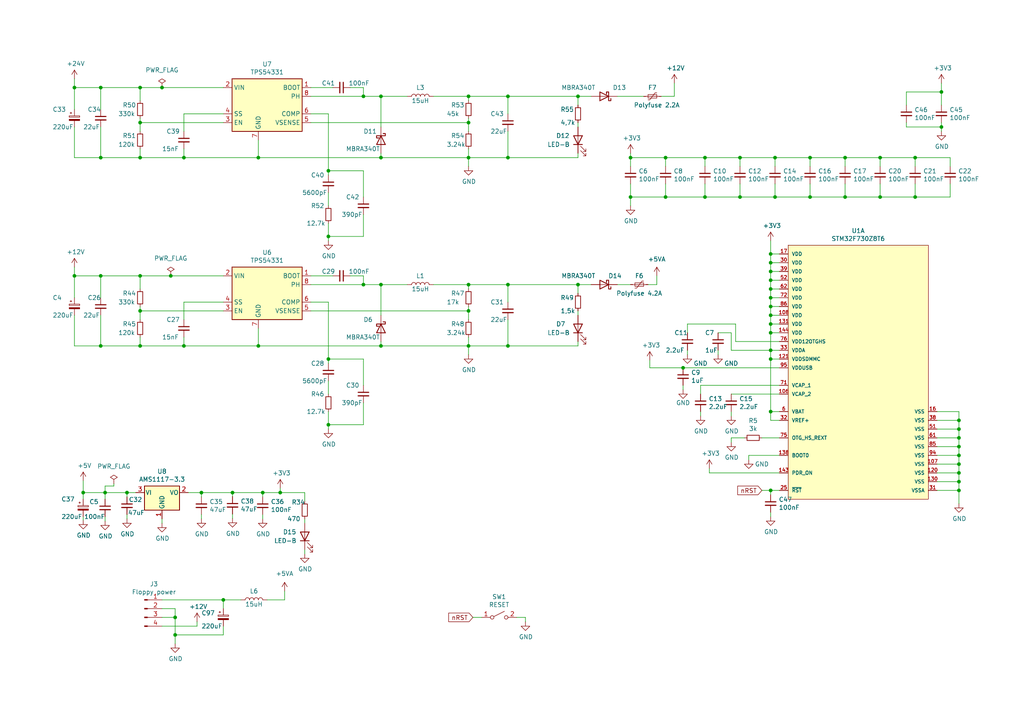
<source format=kicad_sch>
(kicad_sch (version 20211123) (generator eeschema)

  (uuid 68f7174d-ce7a-41b4-89f8-dd7e3ded57a1)

  (paper "A4")

  (title_block
    (title "Greaseweazle F7 Lighting, USB PD")
    (date "2022-04-04")
    (rev "1.03")
    (company "SweProj.com")
  )

  

  (junction (at 110.49 82.55) (diameter 0) (color 0 0 0 0)
    (uuid 01c54577-6862-4ca7-bb55-524c2e995aee)
  )
  (junction (at 198.12 106.68) (diameter 0) (color 0 0 0 0)
    (uuid 06ae599d-ec2a-407f-bd24-54dd2d1d7ca4)
  )
  (junction (at 74.93 45.72) (diameter 0) (color 0 0 0 0)
    (uuid 06fb8a5e-69f3-44ca-bc88-4da9a1408625)
  )
  (junction (at 67.437 142.875) (diameter 0) (color 0 0 0 0)
    (uuid 0ca90552-88f0-4a8c-9eae-ca238d2a0071)
  )
  (junction (at 147.32 45.72) (diameter 0) (color 0 0 0 0)
    (uuid 1533b475-c834-40d3-ae2c-55eb46ae810f)
  )
  (junction (at 40.64 80.01) (diameter 0) (color 0 0 0 0)
    (uuid 17adff9d-c581-42e4-b552-035b922b5256)
  )
  (junction (at 167.64 82.55) (diameter 0) (color 0 0 0 0)
    (uuid 1b8d5810-67b5-41f5-a4e9-e6c2cc9fec50)
  )
  (junction (at 193.04 45.72) (diameter 0) (color 0 0 0 0)
    (uuid 1c7ec62e-d96c-4a0d-ac32-e919b90a3c5b)
  )
  (junction (at 95.25 68.58) (diameter 0) (color 0 0 0 0)
    (uuid 1ebce183-d3ad-4022-b82e-9e0d8cd628db)
  )
  (junction (at 224.79 45.72) (diameter 0) (color 0 0 0 0)
    (uuid 207932d1-3fbf-4bd3-8ef6-a6601aaaae72)
  )
  (junction (at 64.77 173.99) (diameter 0) (color 0 0 0 0)
    (uuid 249d64ff-8ec3-455f-b519-689ffc8f83bc)
  )
  (junction (at 135.89 27.94) (diameter 0) (color 0 0 0 0)
    (uuid 260f62f6-a6cf-45e0-9208-51504e701f69)
  )
  (junction (at 223.52 83.82) (diameter 0) (color 0 0 0 0)
    (uuid 2628b16a-8b1e-4398-be45-c147110e73bb)
  )
  (junction (at 234.95 45.72) (diameter 0) (color 0 0 0 0)
    (uuid 2f29ffe5-cbdc-4a3f-81e6-c7d9f4c5145a)
  )
  (junction (at 167.64 27.94) (diameter 0) (color 0 0 0 0)
    (uuid 33770b56-77ab-4a0c-a675-0ef4f02f8519)
  )
  (junction (at 223.52 86.36) (diameter 0) (color 0 0 0 0)
    (uuid 3497045f-d218-47c9-8fd1-2d0a39585aa6)
  )
  (junction (at 40.64 90.17) (diameter 0) (color 0 0 0 0)
    (uuid 35506831-8c22-45ab-9b57-69eb0f9ef003)
  )
  (junction (at 223.52 142.24) (diameter 0) (color 0 0 0 0)
    (uuid 3bdc61da-fd87-4d91-ae6a-f160ef1e6b25)
  )
  (junction (at 265.43 57.15) (diameter 0) (color 0 0 0 0)
    (uuid 3c19fda9-55de-469e-9693-2d8993bca106)
  )
  (junction (at 29.21 100.33) (diameter 0) (color 0 0 0 0)
    (uuid 414a1d4c-7afc-4ffa-8579-88675cedc4ce)
  )
  (junction (at 214.63 45.72) (diameter 0) (color 0 0 0 0)
    (uuid 4266f6dc-b108-467a-bc4a-756158b1a271)
  )
  (junction (at 81.28 142.875) (diameter 0) (color 0 0 0 0)
    (uuid 42a9616a-abff-4583-83a0-d4dec5df8de7)
  )
  (junction (at 105.41 27.94) (diameter 0) (color 0 0 0 0)
    (uuid 44c331f8-33e4-4ba1-bb1e-3071cc175bfd)
  )
  (junction (at 29.21 80.01) (diameter 0) (color 0 0 0 0)
    (uuid 44cd273f-f3a1-4b9a-83a6-972b276409e1)
  )
  (junction (at 255.27 57.15) (diameter 0) (color 0 0 0 0)
    (uuid 4687c479-536f-4d7c-9d3c-04c9b426c43c)
  )
  (junction (at 223.52 78.74) (diameter 0) (color 0 0 0 0)
    (uuid 481354ed-51b9-4db2-9835-781681979b4b)
  )
  (junction (at 265.43 45.72) (diameter 0) (color 0 0 0 0)
    (uuid 4e0c0da6-a302-49a1-8b88-4dccac856a0b)
  )
  (junction (at 21.59 80.01) (diameter 0) (color 0 0 0 0)
    (uuid 557d128f-cf69-4c70-9959-d139ac95c63c)
  )
  (junction (at 223.52 101.6) (diameter 0) (color 0 0 0 0)
    (uuid 56801e6d-c4ab-4f7b-8289-2119a52fa227)
  )
  (junction (at 204.47 45.72) (diameter 0) (color 0 0 0 0)
    (uuid 56b53988-7c92-40d8-a754-683f4429d93e)
  )
  (junction (at 36.83 142.875) (diameter 0) (color 0 0 0 0)
    (uuid 59324d4c-12f8-4a3e-a6c5-143d2384150e)
  )
  (junction (at 135.89 82.55) (diameter 0) (color 0 0 0 0)
    (uuid 5a63aa46-8c18-43d5-8def-1c886562be17)
  )
  (junction (at 147.32 27.94) (diameter 0) (color 0 0 0 0)
    (uuid 5c652bfd-7025-48e8-86f2-beee7cb38bd7)
  )
  (junction (at 50.8 179.07) (diameter 0) (color 0 0 0 0)
    (uuid 5ea450c5-c799-4c49-a77b-90af3b812ea4)
  )
  (junction (at 95.25 104.14) (diameter 0) (color 0 0 0 0)
    (uuid 5f7505cc-53a6-463b-b397-33ff845b1ac0)
  )
  (junction (at 182.88 45.72) (diameter 0) (color 0 0 0 0)
    (uuid 60628c1f-f7b2-4a4b-be6f-62bc1a819432)
  )
  (junction (at 245.11 45.72) (diameter 0) (color 0 0 0 0)
    (uuid 6540157e-dd56-419f-8e12-b9f763e7e5a8)
  )
  (junction (at 214.63 57.15) (diameter 0) (color 0 0 0 0)
    (uuid 6597e724-ffad-43f1-9619-cca25cced87f)
  )
  (junction (at 58.42 142.875) (diameter 0) (color 0 0 0 0)
    (uuid 6a9e1afc-56ba-4859-b642-84caf4b8d598)
  )
  (junction (at 278.13 139.7) (diameter 0) (color 0 0 0 0)
    (uuid 6d401fdd-c1f6-4321-96c4-4843b6143be9)
  )
  (junction (at 105.41 82.55) (diameter 0) (color 0 0 0 0)
    (uuid 77cfe682-cc36-4979-823b-05ea5f187ba7)
  )
  (junction (at 49.53 80.01) (diameter 0) (color 0 0 0 0)
    (uuid 7c413acd-4980-469d-ab76-1200f761d768)
  )
  (junction (at 245.11 57.15) (diameter 0) (color 0 0 0 0)
    (uuid 7da6dd22-6820-4812-8b65-ceb1440c016d)
  )
  (junction (at 147.32 100.33) (diameter 0) (color 0 0 0 0)
    (uuid 802bd717-75a4-4efc-bdc3-ab512c6bce65)
  )
  (junction (at 46.99 25.4) (diameter 0) (color 0 0 0 0)
    (uuid 815137f8-37a3-45c9-b824-b8497cb4a699)
  )
  (junction (at 223.52 96.52) (diameter 0) (color 0 0 0 0)
    (uuid 83181dd0-bbcd-4a99-a5a2-7d6961abb51a)
  )
  (junction (at 29.21 25.4) (diameter 0) (color 0 0 0 0)
    (uuid 84daabe5-262d-44f3-8073-3a5eff98700f)
  )
  (junction (at 40.64 45.72) (diameter 0) (color 0 0 0 0)
    (uuid 84e64de5-2809-4251-a45b-2b46d2cc79df)
  )
  (junction (at 24.13 142.875) (diameter 0) (color 0 0 0 0)
    (uuid 86f8bffa-911c-465c-baff-fcbd92893959)
  )
  (junction (at 278.13 132.08) (diameter 0) (color 0 0 0 0)
    (uuid 88a7e34c-57e7-48ce-a358-6866b2c01d90)
  )
  (junction (at 95.25 123.19) (diameter 0) (color 0 0 0 0)
    (uuid 88e4f832-79d6-4c54-9ce3-4328dcb9d5b5)
  )
  (junction (at 147.32 82.55) (diameter 0) (color 0 0 0 0)
    (uuid 88ea0fe3-17bb-45bf-bf71-4da88c965186)
  )
  (junction (at 224.79 57.15) (diameter 0) (color 0 0 0 0)
    (uuid 895d5ca3-0e9a-421e-88ea-3017edd2db62)
  )
  (junction (at 223.52 81.28) (diameter 0) (color 0 0 0 0)
    (uuid 8cf4e6c7-f213-4dc6-a215-9a85d8791784)
  )
  (junction (at 223.52 91.44) (diameter 0) (color 0 0 0 0)
    (uuid 8dcf40e6-09a5-42e4-8b46-f4738540468d)
  )
  (junction (at 223.52 93.98) (diameter 0) (color 0 0 0 0)
    (uuid 90207e9d-650a-4c45-b7d5-e506cc85537d)
  )
  (junction (at 255.27 45.72) (diameter 0) (color 0 0 0 0)
    (uuid 914ccec4-572a-4ec0-b281-596368eea274)
  )
  (junction (at 135.89 35.56) (diameter 0) (color 0 0 0 0)
    (uuid 97972d9a-c8ac-431f-b1f4-0da8477b5639)
  )
  (junction (at 273.05 36.83) (diameter 0) (color 0 0 0 0)
    (uuid 9b774066-2c22-4032-af01-4291adb02340)
  )
  (junction (at 204.47 57.15) (diameter 0) (color 0 0 0 0)
    (uuid 9cab0c4e-2726-433f-a46f-c25156ae2489)
  )
  (junction (at 40.64 35.56) (diameter 0) (color 0 0 0 0)
    (uuid 9cd1ba63-2087-4000-a5a9-797dad78d993)
  )
  (junction (at 234.95 57.15) (diameter 0) (color 0 0 0 0)
    (uuid 9f5c7a80-7220-432e-865b-d1468e8a8d4c)
  )
  (junction (at 278.13 121.92) (diameter 0) (color 0 0 0 0)
    (uuid a17368fb-646b-4ffd-9057-0994609f8a46)
  )
  (junction (at 21.59 25.4) (diameter 0) (color 0 0 0 0)
    (uuid a3eaa329-1c23-49fc-9fb5-976de81b788e)
  )
  (junction (at 278.13 137.16) (diameter 0) (color 0 0 0 0)
    (uuid a6d88d7d-92d8-4fc8-b103-7599e55f18c0)
  )
  (junction (at 29.21 45.72) (diameter 0) (color 0 0 0 0)
    (uuid b034f82f-3ce9-4423-89ad-7ecf03d348d0)
  )
  (junction (at 50.8 184.15) (diameter 0) (color 0 0 0 0)
    (uuid b365172c-71c7-4b5f-8ac8-fa4cd5afef21)
  )
  (junction (at 53.34 100.33) (diameter 0) (color 0 0 0 0)
    (uuid b42a4498-7f71-4787-a0f1-b44423616ac9)
  )
  (junction (at 278.13 127) (diameter 0) (color 0 0 0 0)
    (uuid b7013b78-ce5a-47df-9e6f-e993b6073985)
  )
  (junction (at 53.34 45.72) (diameter 0) (color 0 0 0 0)
    (uuid b9272e8b-2d00-4d6b-ae8c-fd62ef331586)
  )
  (junction (at 110.49 100.33) (diameter 0) (color 0 0 0 0)
    (uuid bb7f3caf-4343-4dcb-b7b2-5479c850c4a2)
  )
  (junction (at 30.48 142.875) (diameter 0) (color 0 0 0 0)
    (uuid c17ad916-21bb-4677-b8ab-190f905f0beb)
  )
  (junction (at 278.13 124.46) (diameter 0) (color 0 0 0 0)
    (uuid c78d97f4-1d1b-46c3-bcbb-8424944a8978)
  )
  (junction (at 40.64 25.4) (diameter 0) (color 0 0 0 0)
    (uuid c837798c-83c8-4e02-b288-fa03714cab74)
  )
  (junction (at 135.89 100.33) (diameter 0) (color 0 0 0 0)
    (uuid c9863f4f-bdf5-49f4-b18e-dce622ff9931)
  )
  (junction (at 223.52 73.66) (diameter 0) (color 0 0 0 0)
    (uuid cec22d4a-eda3-4d50-8609-c3a123c120be)
  )
  (junction (at 223.52 119.38) (diameter 0) (color 0 0 0 0)
    (uuid cf06bbbc-3fa0-42b7-9a99-642ec3689891)
  )
  (junction (at 193.04 57.15) (diameter 0) (color 0 0 0 0)
    (uuid d316b729-072f-4d15-a495-cbeb8407aea0)
  )
  (junction (at 223.52 76.2) (diameter 0) (color 0 0 0 0)
    (uuid da7eee34-4516-4154-9034-7c9b8e2afe41)
  )
  (junction (at 273.05 26.67) (diameter 0) (color 0 0 0 0)
    (uuid ddfa4cf0-3486-4284-897b-3a9e51f271d9)
  )
  (junction (at 95.25 49.53) (diameter 0) (color 0 0 0 0)
    (uuid e02b47af-92a8-4b6e-841f-f88d0fa73eb7)
  )
  (junction (at 278.13 129.54) (diameter 0) (color 0 0 0 0)
    (uuid e0660a46-ff2a-4b28-b311-cf71bc999b82)
  )
  (junction (at 110.49 27.94) (diameter 0) (color 0 0 0 0)
    (uuid e208ea3a-d990-4992-b395-c95b18b77f83)
  )
  (junction (at 182.88 57.15) (diameter 0) (color 0 0 0 0)
    (uuid e73ef891-c9f9-42ab-894b-b2580ee0b0a1)
  )
  (junction (at 76.2 142.875) (diameter 0) (color 0 0 0 0)
    (uuid eb43ca25-4d68-40a4-98c7-2e1932cda240)
  )
  (junction (at 40.64 100.33) (diameter 0) (color 0 0 0 0)
    (uuid f0e6fae4-0008-43ed-8719-bf62839f601f)
  )
  (junction (at 110.49 45.72) (diameter 0) (color 0 0 0 0)
    (uuid f3642676-ce32-431a-adfa-a8e750bc449d)
  )
  (junction (at 278.13 134.62) (diameter 0) (color 0 0 0 0)
    (uuid f5a54919-b960-48fc-8517-e9e32dce0bf0)
  )
  (junction (at 223.52 104.14) (diameter 0) (color 0 0 0 0)
    (uuid f83c7689-506f-4228-94dd-e1c4dd714e67)
  )
  (junction (at 135.89 90.17) (diameter 0) (color 0 0 0 0)
    (uuid f89b1d5e-28c8-498c-b199-7acbd8607540)
  )
  (junction (at 135.89 45.72) (diameter 0) (color 0 0 0 0)
    (uuid f9c966ae-23e4-43cd-95e1-ebb675260935)
  )
  (junction (at 74.93 100.33) (diameter 0) (color 0 0 0 0)
    (uuid fda94f0a-876e-4bf0-ad10-35819851e3e9)
  )
  (junction (at 223.52 88.9) (diameter 0) (color 0 0 0 0)
    (uuid fdd41a68-206a-4076-b64a-8b7633d428d6)
  )
  (junction (at 278.13 142.24) (diameter 0) (color 0 0 0 0)
    (uuid fe2b05f5-675b-44d0-956c-c5829b7c692a)
  )

  (wire (pts (xy 21.59 25.4) (xy 29.21 25.4))
    (stroke (width 0) (type default) (color 0 0 0 0))
    (uuid 00185541-0a55-4e62-91d8-99e7a7720d36)
  )
  (wire (pts (xy 255.27 57.15) (xy 265.43 57.15))
    (stroke (width 0) (type default) (color 0 0 0 0))
    (uuid 00627221-b0fd-448e-b5a6-250d249697c2)
  )
  (wire (pts (xy 67.437 149.098) (xy 67.437 150.368))
    (stroke (width 0) (type default) (color 0 0 0 0))
    (uuid 00cfadd5-9667-4db6-b4bc-212d70222d0d)
  )
  (wire (pts (xy 205.74 137.16) (xy 205.74 135.89))
    (stroke (width 0) (type default) (color 0 0 0 0))
    (uuid 01caafb3-af8a-4642-870c-c290b286d040)
  )
  (wire (pts (xy 212.09 127) (xy 215.9 127))
    (stroke (width 0) (type default) (color 0 0 0 0))
    (uuid 037a257a-ceb2-409c-ab24-48a743172dae)
  )
  (wire (pts (xy 74.93 100.33) (xy 110.49 100.33))
    (stroke (width 0) (type default) (color 0 0 0 0))
    (uuid 059f4155-bed3-4fb2-9baa-d569f31b7e5d)
  )
  (wire (pts (xy 223.52 76.2) (xy 223.52 78.74))
    (stroke (width 0) (type default) (color 0 0 0 0))
    (uuid 05c4a04b-0442-4e18-9747-3d9fc4a562fe)
  )
  (wire (pts (xy 198.12 111.76) (xy 198.12 113.03))
    (stroke (width 0) (type default) (color 0 0 0 0))
    (uuid 077985bd-c8a6-43b8-af30-1141a8334306)
  )
  (wire (pts (xy 90.17 35.56) (xy 135.89 35.56))
    (stroke (width 0) (type default) (color 0 0 0 0))
    (uuid 09433d97-62ec-42de-89f2-7d0b68dc1b9d)
  )
  (wire (pts (xy 40.64 90.17) (xy 64.77 90.17))
    (stroke (width 0) (type default) (color 0 0 0 0))
    (uuid 0a52fedd-967a-423d-aaaf-3875f20f935b)
  )
  (wire (pts (xy 64.77 173.99) (xy 64.77 176.53))
    (stroke (width 0) (type default) (color 0 0 0 0))
    (uuid 0b9bca24-2bc9-4c56-8c54-04143186765e)
  )
  (wire (pts (xy 224.79 45.72) (xy 234.95 45.72))
    (stroke (width 0) (type default) (color 0 0 0 0))
    (uuid 0ba3fcf8-07bd-443d-be28-f69a4ad80df4)
  )
  (wire (pts (xy 226.06 101.6) (xy 223.52 101.6))
    (stroke (width 0) (type default) (color 0 0 0 0))
    (uuid 0c345fc5-964b-48c0-9452-55507c868edc)
  )
  (wire (pts (xy 214.63 57.15) (xy 224.79 57.15))
    (stroke (width 0) (type default) (color 0 0 0 0))
    (uuid 0d7333ca-0587-43cb-9af7-f59016c85820)
  )
  (wire (pts (xy 21.59 80.01) (xy 29.21 80.01))
    (stroke (width 0) (type default) (color 0 0 0 0))
    (uuid 0dcb5ab5-f291-489d-b2bc-0f0b25b801ee)
  )
  (wire (pts (xy 135.89 35.56) (xy 135.89 34.29))
    (stroke (width 0) (type default) (color 0 0 0 0))
    (uuid 0e11718f-21aa-474d-9bf4-88d875870740)
  )
  (wire (pts (xy 110.49 27.94) (xy 118.11 27.94))
    (stroke (width 0) (type default) (color 0 0 0 0))
    (uuid 0e852933-f119-4b7f-a503-b829e02656a9)
  )
  (wire (pts (xy 217.17 132.08) (xy 217.17 133.35))
    (stroke (width 0) (type default) (color 0 0 0 0))
    (uuid 0f6b89db-12ed-4dac-b3ce-819a49798117)
  )
  (wire (pts (xy 95.25 49.53) (xy 105.41 49.53))
    (stroke (width 0) (type default) (color 0 0 0 0))
    (uuid 10df6e07-cc84-4b25-a71b-19a35b4b40da)
  )
  (wire (pts (xy 21.59 77.47) (xy 21.59 80.01))
    (stroke (width 0) (type default) (color 0 0 0 0))
    (uuid 10e5ae6d-e43e-4ff8-abc5-fd9df16782da)
  )
  (wire (pts (xy 21.59 36.83) (xy 21.59 45.72))
    (stroke (width 0) (type default) (color 0 0 0 0))
    (uuid 128a7556-cb3d-406d-b84d-6d9efc7f9ed8)
  )
  (wire (pts (xy 135.89 90.17) (xy 135.89 88.9))
    (stroke (width 0) (type default) (color 0 0 0 0))
    (uuid 12c9f3e1-9431-42f8-b6f8-fb6fd35fc1cb)
  )
  (wire (pts (xy 271.78 129.54) (xy 278.13 129.54))
    (stroke (width 0) (type default) (color 0 0 0 0))
    (uuid 1354903a-b7d2-4e04-b220-6c6c8f058ef7)
  )
  (wire (pts (xy 29.21 25.4) (xy 40.64 25.4))
    (stroke (width 0) (type default) (color 0 0 0 0))
    (uuid 1416f46f-efcf-4c99-81af-d39cf81f2652)
  )
  (wire (pts (xy 81.28 142.875) (xy 88.392 142.875))
    (stroke (width 0) (type default) (color 0 0 0 0))
    (uuid 15084521-374a-4f95-bc25-4132739c238e)
  )
  (wire (pts (xy 24.13 149.86) (xy 24.13 150.876))
    (stroke (width 0) (type default) (color 0 0 0 0))
    (uuid 173a3cc6-0a20-4747-ba7b-6cf701a04c08)
  )
  (wire (pts (xy 88.392 142.875) (xy 88.392 145.415))
    (stroke (width 0) (type default) (color 0 0 0 0))
    (uuid 177f1d95-3206-4e86-a326-b75c396c89a3)
  )
  (wire (pts (xy 167.64 45.72) (xy 167.64 44.45))
    (stroke (width 0) (type default) (color 0 0 0 0))
    (uuid 198642f2-8db4-475b-ac24-9da65c994a3a)
  )
  (wire (pts (xy 193.04 57.15) (xy 204.47 57.15))
    (stroke (width 0) (type default) (color 0 0 0 0))
    (uuid 1ba3e338-9465-4844-8361-6715d7885c15)
  )
  (wire (pts (xy 223.52 78.74) (xy 223.52 81.28))
    (stroke (width 0) (type default) (color 0 0 0 0))
    (uuid 1c4dfe58-85b1-467f-8e9d-bdb7a0d0ca8e)
  )
  (wire (pts (xy 271.78 127) (xy 278.13 127))
    (stroke (width 0) (type default) (color 0 0 0 0))
    (uuid 1c57f8a5-0a6c-44cd-b514-5b9d5f8cc98b)
  )
  (wire (pts (xy 24.13 142.875) (xy 24.13 144.78))
    (stroke (width 0) (type default) (color 0 0 0 0))
    (uuid 1cb2b992-1f62-44c1-ae18-61c4645b7898)
  )
  (wire (pts (xy 199.39 101.6) (xy 199.39 102.87))
    (stroke (width 0) (type default) (color 0 0 0 0))
    (uuid 1cd08355-701e-4fba-886f-d48517dcccf5)
  )
  (wire (pts (xy 204.47 45.72) (xy 214.63 45.72))
    (stroke (width 0) (type default) (color 0 0 0 0))
    (uuid 2056f16f-2d4a-4f35-8a56-49ab69eeef16)
  )
  (wire (pts (xy 214.63 48.26) (xy 214.63 45.72))
    (stroke (width 0) (type default) (color 0 0 0 0))
    (uuid 21c9358c-c2dd-4df5-9cfe-ea9bd0b49374)
  )
  (wire (pts (xy 135.89 45.72) (xy 135.89 43.18))
    (stroke (width 0) (type default) (color 0 0 0 0))
    (uuid 22312754-c8c2-4400-b598-394e06b2be81)
  )
  (wire (pts (xy 278.13 142.24) (xy 278.13 146.05))
    (stroke (width 0) (type default) (color 0 0 0 0))
    (uuid 224e8890-cdee-45fd-bd2e-64fe49c2de75)
  )
  (wire (pts (xy 90.17 80.01) (xy 96.52 80.01))
    (stroke (width 0) (type default) (color 0 0 0 0))
    (uuid 2276bf47-b441-4aa2-ba22-8213875ce0ee)
  )
  (wire (pts (xy 76.2 144.145) (xy 76.2 142.875))
    (stroke (width 0) (type default) (color 0 0 0 0))
    (uuid 2471afde-423c-4d7c-b400-51c1e438643f)
  )
  (wire (pts (xy 204.47 57.15) (xy 214.63 57.15))
    (stroke (width 0) (type default) (color 0 0 0 0))
    (uuid 2571f4c8-d7fc-4e8c-94df-f480e56bb717)
  )
  (wire (pts (xy 203.2 119.38) (xy 203.2 120.65))
    (stroke (width 0) (type default) (color 0 0 0 0))
    (uuid 2a507df7-40c5-4523-b0fd-269cea55efb9)
  )
  (wire (pts (xy 90.17 27.94) (xy 105.41 27.94))
    (stroke (width 0) (type default) (color 0 0 0 0))
    (uuid 2aabebab-10c6-4637-946b-cda31980f550)
  )
  (wire (pts (xy 101.6 80.01) (xy 105.41 80.01))
    (stroke (width 0) (type default) (color 0 0 0 0))
    (uuid 2af1d271-3c6a-476d-8eba-6b2aab466da3)
  )
  (wire (pts (xy 223.52 86.36) (xy 226.06 86.36))
    (stroke (width 0) (type default) (color 0 0 0 0))
    (uuid 2b1a1d99-4ea2-4cae-846a-5609aadc4265)
  )
  (wire (pts (xy 278.13 132.08) (xy 278.13 134.62))
    (stroke (width 0) (type default) (color 0 0 0 0))
    (uuid 2b878984-ad62-40d5-87be-d30f465ae2b3)
  )
  (wire (pts (xy 40.64 45.72) (xy 40.64 43.18))
    (stroke (width 0) (type default) (color 0 0 0 0))
    (uuid 2c3d5c2f-c119-4276-9b7e-33808f1d9396)
  )
  (wire (pts (xy 147.32 45.72) (xy 147.32 38.1))
    (stroke (width 0) (type default) (color 0 0 0 0))
    (uuid 2d4ba971-ddd9-4f08-ae0a-4bc49faa5143)
  )
  (wire (pts (xy 224.79 57.15) (xy 234.95 57.15))
    (stroke (width 0) (type default) (color 0 0 0 0))
    (uuid 2f122013-8dbc-4371-941a-b52e2115db20)
  )
  (wire (pts (xy 214.63 45.72) (xy 224.79 45.72))
    (stroke (width 0) (type default) (color 0 0 0 0))
    (uuid 2f8ebbbf-0f11-4a15-9648-1d28e5593127)
  )
  (wire (pts (xy 21.59 80.01) (xy 21.59 86.36))
    (stroke (width 0) (type default) (color 0 0 0 0))
    (uuid 30b75c25-1d2c-45e7-83e2-bb3be98f8f83)
  )
  (wire (pts (xy 245.11 45.72) (xy 255.27 45.72))
    (stroke (width 0) (type default) (color 0 0 0 0))
    (uuid 31b8e579-7afa-4dee-9f20-b2fefaae3c16)
  )
  (wire (pts (xy 271.78 121.92) (xy 278.13 121.92))
    (stroke (width 0) (type default) (color 0 0 0 0))
    (uuid 335263d3-7e35-4a9c-83c2-cd71d45f0688)
  )
  (wire (pts (xy 33.02 140.97) (xy 33.02 140.335))
    (stroke (width 0) (type default) (color 0 0 0 0))
    (uuid 335f99d2-4459-40ac-ab88-9b82c64bef4d)
  )
  (wire (pts (xy 88.392 160.655) (xy 88.392 159.385))
    (stroke (width 0) (type default) (color 0 0 0 0))
    (uuid 3361482c-ca19-4873-b4a9-88f85f1328a1)
  )
  (wire (pts (xy 147.32 82.55) (xy 147.32 87.63))
    (stroke (width 0) (type default) (color 0 0 0 0))
    (uuid 338b7824-6fa7-42ef-b79a-c6dc90689f4e)
  )
  (wire (pts (xy 271.78 124.46) (xy 278.13 124.46))
    (stroke (width 0) (type default) (color 0 0 0 0))
    (uuid 33b48673-c959-4510-b6fa-fd3f7bdb00fd)
  )
  (wire (pts (xy 182.88 53.34) (xy 182.88 57.15))
    (stroke (width 0) (type default) (color 0 0 0 0))
    (uuid 33e40dd5-556d-4de0-ab08-235c61b7ba9f)
  )
  (wire (pts (xy 147.32 27.94) (xy 167.64 27.94))
    (stroke (width 0) (type default) (color 0 0 0 0))
    (uuid 33ef82c8-b659-42b6-9429-5436a00e7b54)
  )
  (wire (pts (xy 57.15 181.61) (xy 57.15 180.34))
    (stroke (width 0) (type default) (color 0 0 0 0))
    (uuid 3520b9bf-2dfc-4868-a650-86ff98682e83)
  )
  (wire (pts (xy 262.89 35.56) (xy 262.89 36.83))
    (stroke (width 0) (type default) (color 0 0 0 0))
    (uuid 3581de8b-daeb-467a-8039-51714599e4ba)
  )
  (wire (pts (xy 40.64 100.33) (xy 40.64 97.79))
    (stroke (width 0) (type default) (color 0 0 0 0))
    (uuid 373b5b59-9fbb-41a2-845d-56a1ed5a82dd)
  )
  (wire (pts (xy 74.93 40.64) (xy 74.93 45.72))
    (stroke (width 0) (type default) (color 0 0 0 0))
    (uuid 38c40dcc-c1da-4f6f-a147-01497313c7b0)
  )
  (wire (pts (xy 182.88 44.45) (xy 182.88 45.72))
    (stroke (width 0) (type default) (color 0 0 0 0))
    (uuid 3a274653-eff3-4ffe-9be8-2bfd0950af0a)
  )
  (wire (pts (xy 182.88 57.15) (xy 193.04 57.15))
    (stroke (width 0) (type default) (color 0 0 0 0))
    (uuid 3a568413-17bd-4a87-b1ac-928e77fa1b6a)
  )
  (wire (pts (xy 135.89 35.56) (xy 135.89 38.1))
    (stroke (width 0) (type default) (color 0 0 0 0))
    (uuid 3afae848-3ba1-40f3-a73d-cfa98c2ff8b2)
  )
  (wire (pts (xy 135.89 45.72) (xy 147.32 45.72))
    (stroke (width 0) (type default) (color 0 0 0 0))
    (uuid 3b199d04-ad2b-4bc0-b66c-8629e7796fdd)
  )
  (wire (pts (xy 234.95 48.26) (xy 234.95 45.72))
    (stroke (width 0) (type default) (color 0 0 0 0))
    (uuid 3ba59656-e36e-4caa-8957-90ed8686b3d3)
  )
  (wire (pts (xy 223.52 86.36) (xy 223.52 88.9))
    (stroke (width 0) (type default) (color 0 0 0 0))
    (uuid 3bc24d10-b3eb-4abe-836d-a8521ccc4341)
  )
  (wire (pts (xy 199.39 96.52) (xy 199.39 93.98))
    (stroke (width 0) (type default) (color 0 0 0 0))
    (uuid 3c3e78d8-62d7-4020-ae7c-c489234b27d5)
  )
  (wire (pts (xy 223.52 83.82) (xy 226.06 83.82))
    (stroke (width 0) (type default) (color 0 0 0 0))
    (uuid 3cf0233f-86e3-4b85-ad75-fb8a46f37498)
  )
  (wire (pts (xy 135.89 82.55) (xy 147.32 82.55))
    (stroke (width 0) (type default) (color 0 0 0 0))
    (uuid 3d0a8609-a059-4734-b988-da00f509164d)
  )
  (wire (pts (xy 105.41 25.4) (xy 105.41 27.94))
    (stroke (width 0) (type default) (color 0 0 0 0))
    (uuid 3eee2221-7af9-4d6a-ba79-a48c3fd1ac35)
  )
  (wire (pts (xy 53.34 92.71) (xy 53.34 87.63))
    (stroke (width 0) (type default) (color 0 0 0 0))
    (uuid 3f0c3fb9-57f0-4439-b2df-3c934842d7db)
  )
  (wire (pts (xy 135.89 100.33) (xy 135.89 102.87))
    (stroke (width 0) (type default) (color 0 0 0 0))
    (uuid 407d0cd8-54f8-47a8-90cb-42c8a441d04f)
  )
  (wire (pts (xy 40.64 35.56) (xy 40.64 38.1))
    (stroke (width 0) (type default) (color 0 0 0 0))
    (uuid 41e442c4-3daa-4776-bd79-7990c939b354)
  )
  (wire (pts (xy 76.2 149.225) (xy 76.2 150.495))
    (stroke (width 0) (type default) (color 0 0 0 0))
    (uuid 4275c2b3-59e7-409d-ae75-26ae06cb35e2)
  )
  (wire (pts (xy 90.17 33.02) (xy 95.25 33.02))
    (stroke (width 0) (type default) (color 0 0 0 0))
    (uuid 42795956-f125-4166-860d-4316fe3791b8)
  )
  (wire (pts (xy 147.32 100.33) (xy 147.32 92.71))
    (stroke (width 0) (type default) (color 0 0 0 0))
    (uuid 45fc93ca-f8ba-48a8-9189-1c9886475cd3)
  )
  (wire (pts (xy 271.78 142.24) (xy 278.13 142.24))
    (stroke (width 0) (type default) (color 0 0 0 0))
    (uuid 4612f9f0-1343-4ba7-94dd-7d3e9fc08dad)
  )
  (wire (pts (xy 40.64 35.56) (xy 40.64 34.29))
    (stroke (width 0) (type default) (color 0 0 0 0))
    (uuid 46255620-16a2-4e81-9e4a-58dddcf89388)
  )
  (wire (pts (xy 30.48 140.97) (xy 33.02 140.97))
    (stroke (width 0) (type default) (color 0 0 0 0))
    (uuid 46a2c0d5-bc1a-40a0-81d1-79c4e48e8bab)
  )
  (wire (pts (xy 245.11 57.15) (xy 255.27 57.15))
    (stroke (width 0) (type default) (color 0 0 0 0))
    (uuid 47890384-6eaa-420c-b9ae-e68a6a7f17b5)
  )
  (wire (pts (xy 278.13 129.54) (xy 278.13 132.08))
    (stroke (width 0) (type default) (color 0 0 0 0))
    (uuid 4a56ac62-5ec2-46fc-a86c-9adf2d8fead1)
  )
  (wire (pts (xy 278.13 139.7) (xy 278.13 142.24))
    (stroke (width 0) (type default) (color 0 0 0 0))
    (uuid 4b3cefd2-e7d7-4d25-8bb9-37548c3e8b03)
  )
  (wire (pts (xy 95.25 68.58) (xy 95.25 69.85))
    (stroke (width 0) (type default) (color 0 0 0 0))
    (uuid 4c77837f-2440-4b7b-8e7e-430f981c7c04)
  )
  (wire (pts (xy 40.64 90.17) (xy 40.64 88.9))
    (stroke (width 0) (type default) (color 0 0 0 0))
    (uuid 4de018aa-33f9-4679-9406-fafd70ff0142)
  )
  (wire (pts (xy 46.99 150.495) (xy 46.99 151.765))
    (stroke (width 0) (type default) (color 0 0 0 0))
    (uuid 4f31acca-384a-4c19-b00c-be85acf73c40)
  )
  (wire (pts (xy 212.09 101.6) (xy 223.52 101.6))
    (stroke (width 0) (type default) (color 0 0 0 0))
    (uuid 4ff71e44-dddb-450e-9f6f-fe3947968fd4)
  )
  (wire (pts (xy 29.21 100.33) (xy 29.21 91.44))
    (stroke (width 0) (type default) (color 0 0 0 0))
    (uuid 504cb9e4-5572-4208-bc9d-30a7efff8b9a)
  )
  (wire (pts (xy 220.98 142.24) (xy 223.52 142.24))
    (stroke (width 0) (type default) (color 0 0 0 0))
    (uuid 505c1d3e-8ca5-438e-9eae-18483f12882c)
  )
  (wire (pts (xy 46.99 181.61) (xy 57.15 181.61))
    (stroke (width 0) (type default) (color 0 0 0 0))
    (uuid 506110af-ac51-4501-bfa6-1552a848d599)
  )
  (wire (pts (xy 53.34 45.72) (xy 40.64 45.72))
    (stroke (width 0) (type default) (color 0 0 0 0))
    (uuid 50cd7dd2-4ee6-4ead-a8d7-6798eb55f8db)
  )
  (wire (pts (xy 105.41 104.14) (xy 105.41 111.76))
    (stroke (width 0) (type default) (color 0 0 0 0))
    (uuid 5125c4d9-cf5c-4fe5-9dc8-c939e40fcd6f)
  )
  (wire (pts (xy 110.49 27.94) (xy 110.49 36.83))
    (stroke (width 0) (type default) (color 0 0 0 0))
    (uuid 53548090-4b36-44b5-9ef5-2fa214b2fbf4)
  )
  (wire (pts (xy 46.99 25.4) (xy 64.77 25.4))
    (stroke (width 0) (type default) (color 0 0 0 0))
    (uuid 53f9ab78-8fd2-45f8-9537-0c1630b2861a)
  )
  (wire (pts (xy 110.49 99.06) (xy 110.49 100.33))
    (stroke (width 0) (type default) (color 0 0 0 0))
    (uuid 55b28997-b330-40d1-b32a-125cd071668d)
  )
  (wire (pts (xy 40.64 80.01) (xy 49.53 80.01))
    (stroke (width 0) (type default) (color 0 0 0 0))
    (uuid 5684e95c-6824-46cf-8e72-881178a51d31)
  )
  (wire (pts (xy 220.98 127) (xy 226.06 127))
    (stroke (width 0) (type default) (color 0 0 0 0))
    (uuid 57e17378-f1f7-42d0-9ad3-fb44c2d5cdc3)
  )
  (wire (pts (xy 95.25 104.14) (xy 105.41 104.14))
    (stroke (width 0) (type default) (color 0 0 0 0))
    (uuid 58728297-c362-4c70-a751-4d60ffa81b1a)
  )
  (wire (pts (xy 226.06 119.38) (xy 223.52 119.38))
    (stroke (width 0) (type default) (color 0 0 0 0))
    (uuid 58c4b7f1-3bfe-4269-af43-3ce726a108d9)
  )
  (wire (pts (xy 223.52 83.82) (xy 223.52 86.36))
    (stroke (width 0) (type default) (color 0 0 0 0))
    (uuid 594594ee-9de8-45bc-b621-a9251877b0c2)
  )
  (wire (pts (xy 110.49 82.55) (xy 110.49 91.44))
    (stroke (width 0) (type default) (color 0 0 0 0))
    (uuid 5aa1c642-a9f0-4211-8572-3a7e8453422e)
  )
  (wire (pts (xy 125.73 82.55) (xy 135.89 82.55))
    (stroke (width 0) (type default) (color 0 0 0 0))
    (uuid 5c9202d7-6a93-43b3-87c0-77347fd72885)
  )
  (wire (pts (xy 21.59 91.44) (xy 21.59 100.33))
    (stroke (width 0) (type default) (color 0 0 0 0))
    (uuid 5daf2c3c-7702-4a59-b99d-84464c054bc4)
  )
  (wire (pts (xy 149.86 179.07) (xy 152.4 179.07))
    (stroke (width 0) (type default) (color 0 0 0 0))
    (uuid 5ecea6c7-cbcd-4340-9db8-55b54a886e1e)
  )
  (wire (pts (xy 213.36 99.06) (xy 226.06 99.06))
    (stroke (width 0) (type default) (color 0 0 0 0))
    (uuid 5ed637ac-40ac-434c-a406-609e25d3658d)
  )
  (wire (pts (xy 40.64 45.72) (xy 29.21 45.72))
    (stroke (width 0) (type default) (color 0 0 0 0))
    (uuid 5f4676ff-2597-415d-a32e-98d53038f432)
  )
  (wire (pts (xy 167.64 82.55) (xy 167.64 85.09))
    (stroke (width 0) (type default) (color 0 0 0 0))
    (uuid 60ca4740-3009-4486-93d6-c2502818122b)
  )
  (wire (pts (xy 95.25 104.14) (xy 95.25 105.41))
    (stroke (width 0) (type default) (color 0 0 0 0))
    (uuid 60fc0348-15d2-462c-9b87-dbb507b8717b)
  )
  (wire (pts (xy 167.64 35.56) (xy 167.64 36.83))
    (stroke (width 0) (type default) (color 0 0 0 0))
    (uuid 61415144-ce8f-483a-82b7-e2e320f7f0b4)
  )
  (wire (pts (xy 234.95 53.34) (xy 234.95 57.15))
    (stroke (width 0) (type default) (color 0 0 0 0))
    (uuid 62c6f8ce-78e5-4ab3-bb01-2fcb0df87aa6)
  )
  (wire (pts (xy 67.437 142.875) (xy 76.2 142.875))
    (stroke (width 0) (type default) (color 0 0 0 0))
    (uuid 6301f184-dc0e-47d1-a158-5fdcab3140e4)
  )
  (wire (pts (xy 223.52 91.44) (xy 223.52 93.98))
    (stroke (width 0) (type default) (color 0 0 0 0))
    (uuid 6476e233-d260-45fe-84d2-9ade7d0003a0)
  )
  (wire (pts (xy 191.77 27.94) (xy 195.58 27.94))
    (stroke (width 0) (type default) (color 0 0 0 0))
    (uuid 6505825f-43ee-4fb8-b546-c0b2310ed040)
  )
  (wire (pts (xy 95.25 49.53) (xy 95.25 50.8))
    (stroke (width 0) (type default) (color 0 0 0 0))
    (uuid 65908b01-f0a0-46e1-84f2-bf49d46af2a7)
  )
  (wire (pts (xy 223.52 76.2) (xy 226.06 76.2))
    (stroke (width 0) (type default) (color 0 0 0 0))
    (uuid 6a5b3eea-de35-4a54-8316-e56ea2a634e4)
  )
  (wire (pts (xy 50.8 176.53) (xy 50.8 179.07))
    (stroke (width 0) (type default) (color 0 0 0 0))
    (uuid 6e23d37a-3804-4cb0-9f56-ede150eedda5)
  )
  (wire (pts (xy 135.89 100.33) (xy 135.89 97.79))
    (stroke (width 0) (type default) (color 0 0 0 0))
    (uuid 6fb8126a-bcf3-40a3-924c-e2fbe8dba36a)
  )
  (wire (pts (xy 40.64 100.33) (xy 29.21 100.33))
    (stroke (width 0) (type default) (color 0 0 0 0))
    (uuid 72e9c34a-4fbc-4581-8ad2-e93bc3c3ccb0)
  )
  (wire (pts (xy 46.99 179.07) (xy 50.8 179.07))
    (stroke (width 0) (type default) (color 0 0 0 0))
    (uuid 730780c7-40bd-484b-b640-ae047209b478)
  )
  (wire (pts (xy 76.2 142.875) (xy 81.28 142.875))
    (stroke (width 0) (type default) (color 0 0 0 0))
    (uuid 731aea1e-3e92-458c-8eee-7dde79352436)
  )
  (wire (pts (xy 226.06 137.16) (xy 205.74 137.16))
    (stroke (width 0) (type default) (color 0 0 0 0))
    (uuid 74d2d2c1-d0d5-412f-ab06-bb67df0a3900)
  )
  (wire (pts (xy 40.64 25.4) (xy 46.99 25.4))
    (stroke (width 0) (type default) (color 0 0 0 0))
    (uuid 755d3d18-6013-47c4-9133-c783ae2db259)
  )
  (wire (pts (xy 208.28 101.6) (xy 208.28 102.87))
    (stroke (width 0) (type default) (color 0 0 0 0))
    (uuid 75f982a1-6ab8-4209-a4a8-58e41c3ce9c1)
  )
  (wire (pts (xy 50.8 184.15) (xy 64.77 184.15))
    (stroke (width 0) (type default) (color 0 0 0 0))
    (uuid 76128f25-d168-4ed5-875a-6c6455a35d4f)
  )
  (wire (pts (xy 223.52 81.28) (xy 223.52 83.82))
    (stroke (width 0) (type default) (color 0 0 0 0))
    (uuid 77121855-7958-40c5-81ca-b386a811e84c)
  )
  (wire (pts (xy 271.78 137.16) (xy 278.13 137.16))
    (stroke (width 0) (type default) (color 0 0 0 0))
    (uuid 773bdc81-beec-4a4b-9485-1c1dd15c6e5a)
  )
  (wire (pts (xy 49.53 80.01) (xy 64.77 80.01))
    (stroke (width 0) (type default) (color 0 0 0 0))
    (uuid 784959bf-d198-4c95-8bb8-61301ecc2898)
  )
  (wire (pts (xy 271.78 132.08) (xy 278.13 132.08))
    (stroke (width 0) (type default) (color 0 0 0 0))
    (uuid 78d3a4a0-e724-44e1-963f-de88a39d4158)
  )
  (wire (pts (xy 223.52 78.74) (xy 226.06 78.74))
    (stroke (width 0) (type default) (color 0 0 0 0))
    (uuid 7a332b0c-4cba-438b-85c1-9efe2690fb62)
  )
  (wire (pts (xy 198.12 106.68) (xy 226.06 106.68))
    (stroke (width 0) (type default) (color 0 0 0 0))
    (uuid 7a4a5c0e-c639-4f33-aa7f-cf5502abd572)
  )
  (wire (pts (xy 273.05 26.67) (xy 273.05 30.48))
    (stroke (width 0) (type default) (color 0 0 0 0))
    (uuid 7b1f2f40-abe7-4adb-bfe4-3f1a7f99a0f2)
  )
  (wire (pts (xy 95.25 87.63) (xy 95.25 104.14))
    (stroke (width 0) (type default) (color 0 0 0 0))
    (uuid 7b58219a-a31d-4ba4-804a-77c6d706d8bc)
  )
  (wire (pts (xy 105.41 27.94) (xy 110.49 27.94))
    (stroke (width 0) (type default) (color 0 0 0 0))
    (uuid 7b694997-43fc-41fd-818b-681c539b1571)
  )
  (wire (pts (xy 262.89 26.67) (xy 273.05 26.67))
    (stroke (width 0) (type default) (color 0 0 0 0))
    (uuid 7bc13ee4-2194-461b-9242-0d96ebba241b)
  )
  (wire (pts (xy 234.95 45.72) (xy 245.11 45.72))
    (stroke (width 0) (type default) (color 0 0 0 0))
    (uuid 7c1dbd41-291a-4aad-bf3b-16497f84df7b)
  )
  (wire (pts (xy 226.06 132.08) (xy 217.17 132.08))
    (stroke (width 0) (type default) (color 0 0 0 0))
    (uuid 7d283b62-f314-41a0-b56b-d307f2ebfa85)
  )
  (wire (pts (xy 275.59 48.26) (xy 275.59 45.72))
    (stroke (width 0) (type default) (color 0 0 0 0))
    (uuid 7e509ce7-bdc7-45fb-b2d0-c14a958a5480)
  )
  (wire (pts (xy 182.88 45.72) (xy 182.88 48.26))
    (stroke (width 0) (type default) (color 0 0 0 0))
    (uuid 810d1828-323c-409a-960d-456fda8be10a)
  )
  (wire (pts (xy 234.95 57.15) (xy 245.11 57.15))
    (stroke (width 0) (type default) (color 0 0 0 0))
    (uuid 825ca21e-b6a1-4e84-a612-f8e2fae8ac04)
  )
  (wire (pts (xy 265.43 48.26) (xy 265.43 45.72))
    (stroke (width 0) (type default) (color 0 0 0 0))
    (uuid 82782dc2-cb84-4d0c-b85e-b3903aca1e13)
  )
  (wire (pts (xy 193.04 45.72) (xy 193.04 48.26))
    (stroke (width 0) (type default) (color 0 0 0 0))
    (uuid 82941cb3-7e8d-4836-8b43-647cd4390ab6)
  )
  (wire (pts (xy 40.64 25.4) (xy 40.64 29.21))
    (stroke (width 0) (type default) (color 0 0 0 0))
    (uuid 83250ce3-cee5-48b2-8a3e-b1e7887d6a15)
  )
  (wire (pts (xy 278.13 119.38) (xy 278.13 121.92))
    (stroke (width 0) (type default) (color 0 0 0 0))
    (uuid 84315919-677c-4909-a747-2c92c96d5870)
  )
  (wire (pts (xy 212.09 119.38) (xy 212.09 120.65))
    (stroke (width 0) (type default) (color 0 0 0 0))
    (uuid 845f389f-ac5c-4af4-aa4f-3b1355707a5f)
  )
  (wire (pts (xy 255.27 53.34) (xy 255.27 57.15))
    (stroke (width 0) (type default) (color 0 0 0 0))
    (uuid 858b182d-fdce-45a6-8c3a-626e9f7a9971)
  )
  (wire (pts (xy 188.468 106.68) (xy 198.12 106.68))
    (stroke (width 0) (type default) (color 0 0 0 0))
    (uuid 8638e09e-f91e-4f44-bf6f-6106c18719d7)
  )
  (wire (pts (xy 21.59 45.72) (xy 29.21 45.72))
    (stroke (width 0) (type default) (color 0 0 0 0))
    (uuid 86c73e16-9c05-4385-b59b-206056f7ac90)
  )
  (wire (pts (xy 223.52 101.6) (xy 223.52 96.52))
    (stroke (width 0) (type default) (color 0 0 0 0))
    (uuid 87bdd00e-f10c-4d37-9a6b-480b5e87ca33)
  )
  (wire (pts (xy 58.42 144.145) (xy 58.42 142.875))
    (stroke (width 0) (type default) (color 0 0 0 0))
    (uuid 88476b21-b2be-4405-acd2-064389eadaca)
  )
  (wire (pts (xy 105.41 82.55) (xy 110.49 82.55))
    (stroke (width 0) (type default) (color 0 0 0 0))
    (uuid 88fb8817-4ee2-4465-a9af-37fedc8b835b)
  )
  (wire (pts (xy 95.25 55.88) (xy 95.25 59.69))
    (stroke (width 0) (type default) (color 0 0 0 0))
    (uuid 899d6960-0494-4e8f-9091-802503c02d1b)
  )
  (wire (pts (xy 67.437 142.875) (xy 67.437 144.018))
    (stroke (width 0) (type default) (color 0 0 0 0))
    (uuid 8b637b4b-9239-474d-aac7-dc2e7b545594)
  )
  (wire (pts (xy 36.83 142.875) (xy 39.37 142.875))
    (stroke (width 0) (type default) (color 0 0 0 0))
    (uuid 8dc82d7d-74c3-4db7-a875-ce37bdd8b301)
  )
  (wire (pts (xy 223.52 104.14) (xy 223.52 101.6))
    (stroke (width 0) (type default) (color 0 0 0 0))
    (uuid 8dcf91a3-1716-406f-975d-a5e4d347a64c)
  )
  (wire (pts (xy 278.13 124.46) (xy 278.13 127))
    (stroke (width 0) (type default) (color 0 0 0 0))
    (uuid 8e5a3783-142f-42f6-a215-d0f81a05c5c0)
  )
  (wire (pts (xy 147.32 100.33) (xy 167.64 100.33))
    (stroke (width 0) (type default) (color 0 0 0 0))
    (uuid 8e6e5f4d-6567-459b-ac23-dfc1d101e708)
  )
  (wire (pts (xy 255.27 45.72) (xy 265.43 45.72))
    (stroke (width 0) (type default) (color 0 0 0 0))
    (uuid 8ecc0874-e7f5-4102-a6b7-0222cf1fccc2)
  )
  (wire (pts (xy 223.52 119.38) (xy 223.52 104.14))
    (stroke (width 0) (type default) (color 0 0 0 0))
    (uuid 8f2a6709-854c-4caf-959b-d289d2962128)
  )
  (wire (pts (xy 278.13 137.16) (xy 278.13 139.7))
    (stroke (width 0) (type default) (color 0 0 0 0))
    (uuid 90671817-460f-456a-a6e3-6cfa468bea55)
  )
  (wire (pts (xy 223.52 81.28) (xy 226.06 81.28))
    (stroke (width 0) (type default) (color 0 0 0 0))
    (uuid 90912a07-8f0d-457a-b78a-1c112c8f2052)
  )
  (wire (pts (xy 182.88 45.72) (xy 193.04 45.72))
    (stroke (width 0) (type default) (color 0 0 0 0))
    (uuid 914a2046-646f-4d53-b355-ce2139e25907)
  )
  (wire (pts (xy 152.4 179.07) (xy 152.4 180.34))
    (stroke (width 0) (type default) (color 0 0 0 0))
    (uuid 92ff4797-ba89-46c8-b3a8-8260d960e660)
  )
  (wire (pts (xy 110.49 44.45) (xy 110.49 45.72))
    (stroke (width 0) (type default) (color 0 0 0 0))
    (uuid 937928d4-4dfb-4f2f-91d0-697ec54ac283)
  )
  (wire (pts (xy 95.25 64.77) (xy 95.25 68.58))
    (stroke (width 0) (type default) (color 0 0 0 0))
    (uuid 94a21413-9821-4587-923e-f37548a5150a)
  )
  (wire (pts (xy 193.04 53.34) (xy 193.04 57.15))
    (stroke (width 0) (type default) (color 0 0 0 0))
    (uuid 95aed042-4cef-4360-9184-83bbe2dcfbaa)
  )
  (wire (pts (xy 135.89 27.94) (xy 135.89 29.21))
    (stroke (width 0) (type default) (color 0 0 0 0))
    (uuid 96cc7009-e5c2-4181-9848-d145b9196cc4)
  )
  (wire (pts (xy 77.47 173.99) (xy 82.55 173.99))
    (stroke (width 0) (type default) (color 0 0 0 0))
    (uuid 9717c166-8424-4064-a79b-9e6c09eed984)
  )
  (wire (pts (xy 64.77 184.15) (xy 64.77 181.61))
    (stroke (width 0) (type default) (color 0 0 0 0))
    (uuid 977267d5-d2dc-40df-950b-4dd6d905f557)
  )
  (wire (pts (xy 213.36 93.98) (xy 213.36 99.06))
    (stroke (width 0) (type default) (color 0 0 0 0))
    (uuid 977371ef-232c-40b3-8805-7fed7909b206)
  )
  (wire (pts (xy 255.27 48.26) (xy 255.27 45.72))
    (stroke (width 0) (type default) (color 0 0 0 0))
    (uuid 978f967d-6cc0-4f07-b852-e2800feefa07)
  )
  (wire (pts (xy 273.05 35.56) (xy 273.05 36.83))
    (stroke (width 0) (type default) (color 0 0 0 0))
    (uuid 9a68bf85-c16f-48ee-8e66-0d9ea8ea8b23)
  )
  (wire (pts (xy 204.47 45.72) (xy 204.47 48.26))
    (stroke (width 0) (type default) (color 0 0 0 0))
    (uuid 9ad8e352-005c-4299-8beb-56f3b58c96b7)
  )
  (wire (pts (xy 74.93 45.72) (xy 110.49 45.72))
    (stroke (width 0) (type default) (color 0 0 0 0))
    (uuid 9b26d003-7efb-405a-8332-1a189f9d4920)
  )
  (wire (pts (xy 46.99 176.53) (xy 50.8 176.53))
    (stroke (width 0) (type default) (color 0 0 0 0))
    (uuid 9c7af13e-949e-4a55-a6b7-45ef51b4f106)
  )
  (wire (pts (xy 199.39 93.98) (xy 213.36 93.98))
    (stroke (width 0) (type default) (color 0 0 0 0))
    (uuid 9caefee8-6dcd-4815-b6e5-c75999fb9c90)
  )
  (wire (pts (xy 167.64 90.17) (xy 167.64 91.44))
    (stroke (width 0) (type default) (color 0 0 0 0))
    (uuid 9cdaf74c-bd9d-4293-9612-c30a4bca9a30)
  )
  (wire (pts (xy 29.21 45.72) (xy 29.21 36.83))
    (stroke (width 0) (type default) (color 0 0 0 0))
    (uuid 9ceeff0a-ae63-43da-8fd2-e3d57063537d)
  )
  (wire (pts (xy 74.93 95.25) (xy 74.93 100.33))
    (stroke (width 0) (type default) (color 0 0 0 0))
    (uuid 9d4bb085-5413-4cad-9765-4f916ffbe612)
  )
  (wire (pts (xy 24.13 142.875) (xy 30.48 142.875))
    (stroke (width 0) (type default) (color 0 0 0 0))
    (uuid 9dea4225-5467-4d2b-8bbf-fbb9f87ecf70)
  )
  (wire (pts (xy 105.41 68.58) (xy 105.41 62.23))
    (stroke (width 0) (type default) (color 0 0 0 0))
    (uuid 9e2ad25e-29e1-4c10-8e33-16d30c4ff9b9)
  )
  (wire (pts (xy 95.25 110.49) (xy 95.25 114.3))
    (stroke (width 0) (type default) (color 0 0 0 0))
    (uuid 9efb25aa-d11e-4d2f-96a9-326a2f75dcc1)
  )
  (wire (pts (xy 135.89 90.17) (xy 135.89 92.71))
    (stroke (width 0) (type default) (color 0 0 0 0))
    (uuid 9fbabfd5-5316-4dcb-8d99-3c53b9c69880)
  )
  (wire (pts (xy 223.52 142.24) (xy 223.52 143.51))
    (stroke (width 0) (type default) (color 0 0 0 0))
    (uuid a0129fe7-e9e9-4c74-af85-e2b335707eb4)
  )
  (wire (pts (xy 53.34 33.02) (xy 64.77 33.02))
    (stroke (width 0) (type default) (color 0 0 0 0))
    (uuid a1441258-3477-4706-8540-9e88ae0dac49)
  )
  (wire (pts (xy 167.64 82.55) (xy 171.45 82.55))
    (stroke (width 0) (type default) (color 0 0 0 0))
    (uuid a281de60-7af0-498c-be0b-24572e88b490)
  )
  (wire (pts (xy 223.52 93.98) (xy 226.06 93.98))
    (stroke (width 0) (type default) (color 0 0 0 0))
    (uuid a29e1299-22c5-4fd2-9a37-e405785962a9)
  )
  (wire (pts (xy 223.52 88.9) (xy 223.52 91.44))
    (stroke (width 0) (type default) (color 0 0 0 0))
    (uuid a2d090b5-bdc2-4863-87f2-2ea46a246d3d)
  )
  (wire (pts (xy 82.55 173.99) (xy 82.55 171.45))
    (stroke (width 0) (type default) (color 0 0 0 0))
    (uuid a3976179-1baa-4175-84d8-65b669786ffc)
  )
  (wire (pts (xy 245.11 53.34) (xy 245.11 57.15))
    (stroke (width 0) (type default) (color 0 0 0 0))
    (uuid a543a4a0-b8e2-45a4-be48-7207020a5b1f)
  )
  (wire (pts (xy 50.8 179.07) (xy 50.8 184.15))
    (stroke (width 0) (type default) (color 0 0 0 0))
    (uuid a56d1fde-b4ad-42de-a848-9c94bc0cbe09)
  )
  (wire (pts (xy 110.49 82.55) (xy 118.11 82.55))
    (stroke (width 0) (type default) (color 0 0 0 0))
    (uuid a5dfaf18-d33f-45c4-b76f-2a5051ec9118)
  )
  (wire (pts (xy 74.93 100.33) (xy 53.34 100.33))
    (stroke (width 0) (type default) (color 0 0 0 0))
    (uuid a6187c22-3622-4a1a-a49a-b21e96986f96)
  )
  (wire (pts (xy 226.06 121.92) (xy 223.52 121.92))
    (stroke (width 0) (type default) (color 0 0 0 0))
    (uuid a8b5a69a-24fc-4f3a-af15-1ced0fb0d73b)
  )
  (wire (pts (xy 223.52 93.98) (xy 223.52 96.52))
    (stroke (width 0) (type default) (color 0 0 0 0))
    (uuid a8cdda0e-7b06-4b92-8078-341b4e32614a)
  )
  (wire (pts (xy 226.06 104.14) (xy 223.52 104.14))
    (stroke (width 0) (type default) (color 0 0 0 0))
    (uuid a8ed9f4d-0385-4ec2-831d-b6c7165c148a)
  )
  (wire (pts (xy 21.59 22.86) (xy 21.59 25.4))
    (stroke (width 0) (type default) (color 0 0 0 0))
    (uuid a9240eb1-cd96-4728-9dbf-17ea5e90b45d)
  )
  (wire (pts (xy 90.17 25.4) (xy 96.52 25.4))
    (stroke (width 0) (type default) (color 0 0 0 0))
    (uuid a97391c0-c438-44dc-aec7-4249e6f62568)
  )
  (wire (pts (xy 147.32 27.94) (xy 147.32 33.02))
    (stroke (width 0) (type default) (color 0 0 0 0))
    (uuid aaa13f87-8acd-40d7-bdde-65d39b0b7892)
  )
  (wire (pts (xy 46.99 173.99) (xy 64.77 173.99))
    (stroke (width 0) (type default) (color 0 0 0 0))
    (uuid ab3e0d45-ad5b-42a1-ab02-8fee32ad804e)
  )
  (wire (pts (xy 81.28 142.875) (xy 81.28 141.605))
    (stroke (width 0) (type default) (color 0 0 0 0))
    (uuid ac0ac6f5-225f-42f3-a5af-be5d61a5c9a1)
  )
  (wire (pts (xy 275.59 53.34) (xy 275.59 57.15))
    (stroke (width 0) (type default) (color 0 0 0 0))
    (uuid ac99d2b9-3592-44c3-94eb-e556103750a4)
  )
  (wire (pts (xy 278.13 121.92) (xy 278.13 124.46))
    (stroke (width 0) (type default) (color 0 0 0 0))
    (uuid ad2d033c-4040-4813-b5da-82cf827f9d86)
  )
  (wire (pts (xy 29.21 31.75) (xy 29.21 25.4))
    (stroke (width 0) (type default) (color 0 0 0 0))
    (uuid ad8c2a20-27d0-4e2a-aabf-44a509bf342a)
  )
  (wire (pts (xy 214.63 53.34) (xy 214.63 57.15))
    (stroke (width 0) (type default) (color 0 0 0 0))
    (uuid aeae1c08-0511-41ff-896d-95b95a86eb35)
  )
  (wire (pts (xy 58.42 142.875) (xy 67.437 142.875))
    (stroke (width 0) (type default) (color 0 0 0 0))
    (uuid af35a210-4668-48ed-837a-c21f928e6c34)
  )
  (wire (pts (xy 53.34 100.33) (xy 40.64 100.33))
    (stroke (width 0) (type default) (color 0 0 0 0))
    (uuid af66589f-0dae-4737-851f-f8cddd35005b)
  )
  (wire (pts (xy 125.73 27.94) (xy 135.89 27.94))
    (stroke (width 0) (type default) (color 0 0 0 0))
    (uuid b09870ad-8985-4a1c-a7b1-3acb9a1b9282)
  )
  (wire (pts (xy 223.52 142.24) (xy 226.06 142.24))
    (stroke (width 0) (type default) (color 0 0 0 0))
    (uuid b0b40da2-8918-4f0b-b11b-1408b929feb5)
  )
  (wire (pts (xy 105.41 80.01) (xy 105.41 82.55))
    (stroke (width 0) (type default) (color 0 0 0 0))
    (uuid b2691466-e53b-4f43-806f-abeb762713f6)
  )
  (wire (pts (xy 226.06 73.66) (xy 223.52 73.66))
    (stroke (width 0) (type default) (color 0 0 0 0))
    (uuid b2cac11a-5f3b-43d7-88e5-8d0241ac6453)
  )
  (wire (pts (xy 135.89 100.33) (xy 147.32 100.33))
    (stroke (width 0) (type default) (color 0 0 0 0))
    (uuid b400c80e-5312-495d-b0d5-8365ed4de032)
  )
  (wire (pts (xy 147.32 82.55) (xy 167.64 82.55))
    (stroke (width 0) (type default) (color 0 0 0 0))
    (uuid b4856fa9-d711-4b3f-8ccf-343375c62dce)
  )
  (wire (pts (xy 90.17 87.63) (xy 95.25 87.63))
    (stroke (width 0) (type default) (color 0 0 0 0))
    (uuid b4eddc61-2cab-493a-b874-62b106cef9f4)
  )
  (wire (pts (xy 167.64 27.94) (xy 167.64 30.48))
    (stroke (width 0) (type default) (color 0 0 0 0))
    (uuid b4efa293-75b5-42d5-996c-b449774d5ba5)
  )
  (wire (pts (xy 212.09 114.3) (xy 226.06 114.3))
    (stroke (width 0) (type default) (color 0 0 0 0))
    (uuid b6a3e709-356a-4a55-ac00-07ba73afac37)
  )
  (wire (pts (xy 147.32 45.72) (xy 167.64 45.72))
    (stroke (width 0) (type default) (color 0 0 0 0))
    (uuid b6ceb85d-46f8-42e1-9c68-672660fbaf7c)
  )
  (wire (pts (xy 188.468 104.521) (xy 188.468 106.68))
    (stroke (width 0) (type default) (color 0 0 0 0))
    (uuid b78b449b-cc35-4f43-98cb-46b0e3bf0a3b)
  )
  (wire (pts (xy 58.42 149.225) (xy 58.42 150.495))
    (stroke (width 0) (type default) (color 0 0 0 0))
    (uuid b82dcdfe-6d68-4839-aa11-9b57a3e4aab0)
  )
  (wire (pts (xy 223.52 121.92) (xy 223.52 119.38))
    (stroke (width 0) (type default) (color 0 0 0 0))
    (uuid b830f01d-0d9c-451a-9ac4-3e5744deb516)
  )
  (wire (pts (xy 30.48 142.875) (xy 36.83 142.875))
    (stroke (width 0) (type default) (color 0 0 0 0))
    (uuid b8973da4-05de-4722-823b-b691c437dff9)
  )
  (wire (pts (xy 203.2 114.3) (xy 203.2 111.76))
    (stroke (width 0) (type default) (color 0 0 0 0))
    (uuid ba3f68df-a80d-4363-9b28-2b49507e87bd)
  )
  (wire (pts (xy 50.8 184.15) (xy 50.8 186.69))
    (stroke (width 0) (type default) (color 0 0 0 0))
    (uuid bb70fccf-3f3b-4e7c-9ad0-eedcf1690331)
  )
  (wire (pts (xy 223.52 91.44) (xy 226.06 91.44))
    (stroke (width 0) (type default) (color 0 0 0 0))
    (uuid bc408f2c-2338-4a2e-9d30-e90fd4d4f487)
  )
  (wire (pts (xy 105.41 123.19) (xy 105.41 116.84))
    (stroke (width 0) (type default) (color 0 0 0 0))
    (uuid c1b603f4-7037-47e9-a9dc-a0bb6f7e58b1)
  )
  (wire (pts (xy 212.09 128.27) (xy 212.09 127))
    (stroke (width 0) (type default) (color 0 0 0 0))
    (uuid c1b73b2b-a0dd-4b0e-8d3d-c3beea420b93)
  )
  (wire (pts (xy 193.04 45.72) (xy 204.47 45.72))
    (stroke (width 0) (type default) (color 0 0 0 0))
    (uuid c2079b33-906e-4c67-b0b6-7e228acc166b)
  )
  (wire (pts (xy 74.93 45.72) (xy 53.34 45.72))
    (stroke (width 0) (type default) (color 0 0 0 0))
    (uuid c2a5cbbc-a316-4826-81b8-a34d52b5eb58)
  )
  (wire (pts (xy 278.13 127) (xy 278.13 129.54))
    (stroke (width 0) (type default) (color 0 0 0 0))
    (uuid c2d24be9-0a91-4ad8-a6f8-4f606bd871ac)
  )
  (wire (pts (xy 95.25 33.02) (xy 95.25 49.53))
    (stroke (width 0) (type default) (color 0 0 0 0))
    (uuid c7699973-e377-4c8c-8edc-6474ca187ece)
  )
  (wire (pts (xy 265.43 57.15) (xy 275.59 57.15))
    (stroke (width 0) (type default) (color 0 0 0 0))
    (uuid c88340d4-f51e-4560-b5d7-7144fb4e8a04)
  )
  (wire (pts (xy 265.43 45.72) (xy 275.59 45.72))
    (stroke (width 0) (type default) (color 0 0 0 0))
    (uuid c94b6f38-b2c7-494d-9fba-9edbdd8e122a)
  )
  (wire (pts (xy 223.52 73.66) (xy 223.52 69.85))
    (stroke (width 0) (type default) (color 0 0 0 0))
    (uuid c9ab240f-b898-4113-9b58-995237cd751a)
  )
  (wire (pts (xy 179.07 82.55) (xy 182.88 82.55))
    (stroke (width 0) (type default) (color 0 0 0 0))
    (uuid c9dc1467-f8a9-424e-ab40-9eace7cb7fbb)
  )
  (wire (pts (xy 110.49 45.72) (xy 135.89 45.72))
    (stroke (width 0) (type default) (color 0 0 0 0))
    (uuid ca7eee62-ed2f-41f0-ba4a-5f9abd56ee97)
  )
  (wire (pts (xy 273.05 24.13) (xy 273.05 26.67))
    (stroke (width 0) (type default) (color 0 0 0 0))
    (uuid ccdce88e-24b7-4692-934b-22bb9b0763dc)
  )
  (wire (pts (xy 271.78 134.62) (xy 278.13 134.62))
    (stroke (width 0) (type default) (color 0 0 0 0))
    (uuid cce13a3b-854c-49ae-8b19-551eed5c4f96)
  )
  (wire (pts (xy 101.6 25.4) (xy 105.41 25.4))
    (stroke (width 0) (type default) (color 0 0 0 0))
    (uuid cdf69da0-bf1d-48b6-92e4-7b762bd4454d)
  )
  (wire (pts (xy 54.61 142.875) (xy 58.42 142.875))
    (stroke (width 0) (type default) (color 0 0 0 0))
    (uuid cfe0e8d2-3c1a-48e4-acd3-54c2e03bade9)
  )
  (wire (pts (xy 167.64 27.94) (xy 171.45 27.94))
    (stroke (width 0) (type default) (color 0 0 0 0))
    (uuid d0292983-0ab9-4b24-b3bd-f154f790c7ec)
  )
  (wire (pts (xy 95.25 119.38) (xy 95.25 123.19))
    (stroke (width 0) (type default) (color 0 0 0 0))
    (uuid d09d8e7f-f203-4b36-92ba-f9f29b6e7d13)
  )
  (wire (pts (xy 223.52 148.59) (xy 223.52 149.86))
    (stroke (width 0) (type default) (color 0 0 0 0))
    (uuid d0c5561a-ecf5-4fb9-9963-743c221a8335)
  )
  (wire (pts (xy 278.13 134.62) (xy 278.13 137.16))
    (stroke (width 0) (type default) (color 0 0 0 0))
    (uuid d22f8c08-7c7a-481b-96ff-cad6b4c95453)
  )
  (wire (pts (xy 265.43 53.34) (xy 265.43 57.15))
    (stroke (width 0) (type default) (color 0 0 0 0))
    (uuid d26fce45-c1d6-42bc-931d-972bf3799097)
  )
  (wire (pts (xy 95.25 123.19) (xy 105.41 123.19))
    (stroke (width 0) (type default) (color 0 0 0 0))
    (uuid d27bd75e-eeb9-4d8b-bfdb-bddce4b94b6c)
  )
  (wire (pts (xy 95.25 123.19) (xy 95.25 124.46))
    (stroke (width 0) (type default) (color 0 0 0 0))
    (uuid d40f18db-c543-4c22-a8b0-72b9c9e5ae8b)
  )
  (wire (pts (xy 195.58 27.94) (xy 195.58 24.13))
    (stroke (width 0) (type default) (color 0 0 0 0))
    (uuid d427b096-2104-4cac-9d5d-d2195401989e)
  )
  (wire (pts (xy 224.79 45.72) (xy 224.79 48.26))
    (stroke (width 0) (type default) (color 0 0 0 0))
    (uuid d433e10e-a10c-42c7-9409-f756ab1084a2)
  )
  (wire (pts (xy 223.52 73.66) (xy 223.52 76.2))
    (stroke (width 0) (type default) (color 0 0 0 0))
    (uuid d4f9d898-7a83-4186-a9d6-9da79adbdd19)
  )
  (wire (pts (xy 30.48 149.86) (xy 30.48 151.13))
    (stroke (width 0) (type default) (color 0 0 0 0))
    (uuid d5dc6f4d-02db-453c-956f-1c65342c3ce5)
  )
  (wire (pts (xy 29.21 86.36) (xy 29.21 80.01))
    (stroke (width 0) (type default) (color 0 0 0 0))
    (uuid d5eb7c6e-b098-49b0-b366-c8b7c67afed0)
  )
  (wire (pts (xy 223.52 96.52) (xy 226.06 96.52))
    (stroke (width 0) (type default) (color 0 0 0 0))
    (uuid d6cc98ff-7d68-4734-afa1-c7dd225e08d3)
  )
  (wire (pts (xy 137.16 179.07) (xy 139.7 179.07))
    (stroke (width 0) (type default) (color 0 0 0 0))
    (uuid d7329050-0c4f-4d4d-b156-c34af61257ff)
  )
  (wire (pts (xy 245.11 45.72) (xy 245.11 48.26))
    (stroke (width 0) (type default) (color 0 0 0 0))
    (uuid d799aac7-79c2-4447-bfa3-8eb302b60af7)
  )
  (wire (pts (xy 110.49 100.33) (xy 135.89 100.33))
    (stroke (width 0) (type default) (color 0 0 0 0))
    (uuid d8932824-bdfc-4009-a7d0-6ff32efa7e1a)
  )
  (wire (pts (xy 90.17 90.17) (xy 135.89 90.17))
    (stroke (width 0) (type default) (color 0 0 0 0))
    (uuid d97f24b8-3f5c-4536-a071-0786594f3ffe)
  )
  (wire (pts (xy 262.89 36.83) (xy 273.05 36.83))
    (stroke (width 0) (type default) (color 0 0 0 0))
    (uuid d98b06b1-d759-4372-889f-6ac21114139f)
  )
  (wire (pts (xy 167.64 100.33) (xy 167.64 99.06))
    (stroke (width 0) (type default) (color 0 0 0 0))
    (uuid da37a168-b259-4f98-9030-90f2f5ac962a)
  )
  (wire (pts (xy 223.52 88.9) (xy 226.06 88.9))
    (stroke (width 0) (type default) (color 0 0 0 0))
    (uuid dd552f19-e379-4dd5-a10b-882b6c8e7a65)
  )
  (wire (pts (xy 30.48 142.875) (xy 30.48 144.78))
    (stroke (width 0) (type default) (color 0 0 0 0))
    (uuid e1359c58-478f-4f8d-b101-8ddd12c96fd6)
  )
  (wire (pts (xy 190.5 82.55) (xy 190.5 80.01))
    (stroke (width 0) (type default) (color 0 0 0 0))
    (uuid e1754158-40dc-4df5-848e-7e0c189ace53)
  )
  (wire (pts (xy 105.41 49.53) (xy 105.41 57.15))
    (stroke (width 0) (type default) (color 0 0 0 0))
    (uuid e1b0380f-01af-4f4c-986f-502b633a3c03)
  )
  (wire (pts (xy 29.21 80.01) (xy 40.64 80.01))
    (stroke (width 0) (type default) (color 0 0 0 0))
    (uuid e1df8cea-32a4-457d-86df-d8e326022a52)
  )
  (wire (pts (xy 30.48 140.97) (xy 30.48 142.875))
    (stroke (width 0) (type default) (color 0 0 0 0))
    (uuid e2cc712e-91db-483a-8fab-9ecc9e481a6b)
  )
  (wire (pts (xy 273.05 36.83) (xy 273.05 38.1))
    (stroke (width 0) (type default) (color 0 0 0 0))
    (uuid e325a134-36dc-4151-9d17-8bf13dc78564)
  )
  (wire (pts (xy 95.25 68.58) (xy 105.41 68.58))
    (stroke (width 0) (type default) (color 0 0 0 0))
    (uuid e342f8d7-ca8a-47a5-a679-3c984454e9a5)
  )
  (wire (pts (xy 187.96 82.55) (xy 190.5 82.55))
    (stroke (width 0) (type default) (color 0 0 0 0))
    (uuid e34d78fc-c821-4e5c-ac82-ce6fcdcd9454)
  )
  (wire (pts (xy 208.28 96.52) (xy 212.09 96.52))
    (stroke (width 0) (type default) (color 0 0 0 0))
    (uuid e3877396-3ff6-4b1d-9715-0d1a70961579)
  )
  (wire (pts (xy 24.13 139.446) (xy 24.13 142.875))
    (stroke (width 0) (type default) (color 0 0 0 0))
    (uuid e3db03de-ad83-440a-a7c0-37969c5a5dbf)
  )
  (wire (pts (xy 179.07 27.94) (xy 186.69 27.94))
    (stroke (width 0) (type default) (color 0 0 0 0))
    (uuid e44dd86d-8737-430e-a0f5-f7ecf3fa5a6b)
  )
  (wire (pts (xy 21.59 100.33) (xy 29.21 100.33))
    (stroke (width 0) (type default) (color 0 0 0 0))
    (uuid e47d9cf3-579e-4750-bc6d-bf58b55862bb)
  )
  (wire (pts (xy 182.88 57.15) (xy 182.88 59.69))
    (stroke (width 0) (type default) (color 0 0 0 0))
    (uuid e6235600-87cc-4c82-b15f-34fb66b9bf0e)
  )
  (wire (pts (xy 40.64 80.01) (xy 40.64 83.82))
    (stroke (width 0) (type default) (color 0 0 0 0))
    (uuid e6b8e749-dce0-4716-821f-058d77eed5ce)
  )
  (wire (pts (xy 53.34 97.79) (xy 53.34 100.33))
    (stroke (width 0) (type default) (color 0 0 0 0))
    (uuid e9597133-3d67-41f8-aabc-5b61d8d3c3c1)
  )
  (wire (pts (xy 135.89 45.72) (xy 135.89 48.26))
    (stroke (width 0) (type default) (color 0 0 0 0))
    (uuid e96432f3-c6ee-4cdc-892b-eb9f8e5ebd05)
  )
  (wire (pts (xy 53.34 43.18) (xy 53.34 45.72))
    (stroke (width 0) (type default) (color 0 0 0 0))
    (uuid ea7f95ca-1368-4ccc-b3c5-17a85c05a2dd)
  )
  (wire (pts (xy 40.64 90.17) (xy 40.64 92.71))
    (stroke (width 0) (type default) (color 0 0 0 0))
    (uuid eca8c1f1-6751-4304-8a65-b05952048507)
  )
  (wire (pts (xy 203.2 111.76) (xy 226.06 111.76))
    (stroke (width 0) (type default) (color 0 0 0 0))
    (uuid ee4527a8-96f7-423b-b0eb-5c3b1bed75f9)
  )
  (wire (pts (xy 135.89 27.94) (xy 147.32 27.94))
    (stroke (width 0) (type default) (color 0 0 0 0))
    (uuid eec607c7-6f4a-49f4-b728-3da8374be4ce)
  )
  (wire (pts (xy 53.34 38.1) (xy 53.34 33.02))
    (stroke (width 0) (type default) (color 0 0 0 0))
    (uuid eef9a49b-90d1-4463-b2c5-af035d3ae9d7)
  )
  (wire (pts (xy 271.78 139.7) (xy 278.13 139.7))
    (stroke (width 0) (type default) (color 0 0 0 0))
    (uuid ef3c2ca7-fcc8-4cff-8fc1-0c762aa25455)
  )
  (wire (pts (xy 271.78 119.38) (xy 278.13 119.38))
    (stroke (width 0) (type default) (color 0 0 0 0))
    (uuid efd79052-e146-4d61-9e0a-ba764a5a966b)
  )
  (wire (pts (xy 212.09 96.52) (xy 212.09 101.6))
    (stroke (width 0) (type default) (color 0 0 0 0))
    (uuid f094eb5d-05c7-4c16-84d0-9d4665317bfb)
  )
  (wire (pts (xy 36.83 149.225) (xy 36.83 150.495))
    (stroke (width 0) (type default) (color 0 0 0 0))
    (uuid f1ec6ad7-5d4c-4324-a703-8262fe959832)
  )
  (wire (pts (xy 262.89 30.48) (xy 262.89 26.67))
    (stroke (width 0) (type default) (color 0 0 0 0))
    (uuid f420833d-9f22-43c2-813c-6543682555e5)
  )
  (wire (pts (xy 21.59 25.4) (xy 21.59 31.75))
    (stroke (width 0) (type default) (color 0 0 0 0))
    (uuid f4cf6dc4-65fc-4b8e-a0d8-0a9074993d40)
  )
  (wire (pts (xy 36.83 142.875) (xy 36.83 144.145))
    (stroke (width 0) (type default) (color 0 0 0 0))
    (uuid f5248817-a7c7-40a7-9d9a-5eb984aa9d40)
  )
  (wire (pts (xy 53.34 87.63) (xy 64.77 87.63))
    (stroke (width 0) (type default) (color 0 0 0 0))
    (uuid f76f4233-905d-4cb5-a153-eed7fe8e458e)
  )
  (wire (pts (xy 224.79 53.34) (xy 224.79 57.15))
    (stroke (width 0) (type default) (color 0 0 0 0))
    (uuid f8db64f8-1695-46e3-9667-49f16b5c734b)
  )
  (wire (pts (xy 135.89 82.55) (xy 135.89 83.82))
    (stroke (width 0) (type default) (color 0 0 0 0))
    (uuid f9570ec9-4338-4208-aee7-369a45a284f8)
  )
  (wire (pts (xy 64.77 173.99) (xy 69.85 173.99))
    (stroke (width 0) (type default) (color 0 0 0 0))
    (uuid f95729ef-a30d-43ec-b510-4b759b4859e7)
  )
  (wire (pts (xy 204.47 53.34) (xy 204.47 57.15))
    (stroke (width 0) (type default) (color 0 0 0 0))
    (uuid fc329e60-968a-4f61-ba77-53d29ff8c1c7)
  )
  (wire (pts (xy 88.392 150.495) (xy 88.392 151.765))
    (stroke (width 0) (type default) (color 0 0 0 0))
    (uuid fed99eb5-430a-467c-b673-21790df80de5)
  )
  (wire (pts (xy 90.17 82.55) (xy 105.41 82.55))
    (stroke (width 0) (type default) (color 0 0 0 0))
    (uuid ff163833-80b9-4bc7-baa1-aa11870ad397)
  )
  (wire (pts (xy 40.64 35.56) (xy 64.77 35.56))
    (stroke (width 0) (type default) (color 0 0 0 0))
    (uuid ffe6d5f3-f9a5-48a9-88db-d2d7822b944f)
  )

  (global_label "nRST" (shape input) (at 137.16 179.07 180) (fields_autoplaced)
    (effects (font (size 1.27 1.27)) (justify right))
    (uuid 7b2f6028-5234-4df8-8d41-bf003f728f58)
    (property "Intersheet References" "${INTERSHEET_REFS}" (id 0) (at 0 0 0)
      (effects (font (size 1.27 1.27)) hide)
    )
  )
  (global_label "nRST" (shape input) (at 220.98 142.24 180) (fields_autoplaced)
    (effects (font (size 1.27 1.27)) (justify right))
    (uuid 8b129856-cc2d-4792-b90f-5af9599716ce)
    (property "Intersheet References" "${INTERSHEET_REFS}" (id 0) (at 0 0 0)
      (effects (font (size 1.27 1.27)) hide)
    )
  )

  (symbol (lib_id "Device:C_Small") (at 223.52 146.05 0) (unit 1)
    (in_bom yes) (on_board yes)
    (uuid 00000000-0000-0000-0000-000060f6ef2a)
    (property "Reference" "C47" (id 0) (at 225.8568 144.8816 0)
      (effects (font (size 1.27 1.27)) (justify left))
    )
    (property "Value" "100nF" (id 1) (at 225.8568 147.193 0)
      (effects (font (size 1.27 1.27)) (justify left))
    )
    (property "Footprint" "Capacitor_SMD:C_0402_1005Metric" (id 2) (at 223.52 146.05 0)
      (effects (font (size 1.27 1.27)) hide)
    )
    (property "Datasheet" "~" (id 3) (at 223.52 146.05 0)
      (effects (font (size 1.27 1.27)) hide)
    )
    (property "LCSC" "C1525" (id 4) (at 223.52 146.05 0)
      (effects (font (size 1.27 1.27)) hide)
    )
    (pin "1" (uuid 90e9290c-2951-4a38-b903-b48a0fa27ddf))
    (pin "2" (uuid e1f96f96-6297-4e10-b168-7e4c3c3474ae))
  )

  (symbol (lib_id "power:GND") (at 223.52 149.86 0) (unit 1)
    (in_bom yes) (on_board yes)
    (uuid 00000000-0000-0000-0000-000060faaca0)
    (property "Reference" "#PWR0131" (id 0) (at 223.52 156.21 0)
      (effects (font (size 1.27 1.27)) hide)
    )
    (property "Value" "GND" (id 1) (at 223.647 154.2542 0))
    (property "Footprint" "" (id 2) (at 223.52 149.86 0)
      (effects (font (size 1.27 1.27)) hide)
    )
    (property "Datasheet" "" (id 3) (at 223.52 149.86 0)
      (effects (font (size 1.27 1.27)) hide)
    )
    (pin "1" (uuid 9d629f2a-b466-45d0-8505-617d0c7423dd))
  )

  (symbol (lib_id "Connector:Conn_01x04_Male") (at 41.91 176.53 0) (unit 1)
    (in_bom yes) (on_board yes)
    (uuid 00000000-0000-0000-0000-000060fde913)
    (property "Reference" "J3" (id 0) (at 44.6532 169.3926 0))
    (property "Value" "Floppy power" (id 1) (at 44.6532 171.704 0))
    (property "Footprint" "Greaseweazle:TE_171826-4_1x4_P2.50mm_Horizontal" (id 2) (at 41.91 176.53 0)
      (effects (font (size 1.27 1.27)) hide)
    )
    (property "Datasheet" "~" (id 3) (at 41.91 176.53 0)
      (effects (font (size 1.27 1.27)) hide)
    )
    (pin "1" (uuid 1f5678aa-6483-4545-96fe-000e97215f0d))
    (pin "2" (uuid 2b2b5c2d-7920-4c7f-afe5-de7127bcd1c5))
    (pin "3" (uuid 66bd6fd0-3c04-49cc-bc30-c60c0044e6ed))
    (pin "4" (uuid c14f9779-cca5-4712-a079-ac20431f1f97))
  )

  (symbol (lib_id "Switch:SW_SPST") (at 144.78 179.07 0) (unit 1)
    (in_bom yes) (on_board yes)
    (uuid 00000000-0000-0000-0000-000060ffedf2)
    (property "Reference" "SW1" (id 0) (at 144.78 173.101 0))
    (property "Value" "RESET" (id 1) (at 144.78 175.4124 0))
    (property "Footprint" "Greaseweazle:SW_Push_1P1T_NO_CK_K2-1102SP-C4SC-04" (id 2) (at 144.78 179.07 0)
      (effects (font (size 1.27 1.27)) hide)
    )
    (property "Datasheet" "https://datasheet.lcsc.com/szlcsc/1811082113_Korean-Hroparts-Elec-K2-1102SP-C4SC-04_C127509.pdf" (id 3) (at 144.78 179.07 0)
      (effects (font (size 1.27 1.27)) hide)
    )
    (property "LCSC" "C127509" (id 4) (at 144.78 179.07 0)
      (effects (font (size 1.27 1.27)) hide)
    )
    (pin "1" (uuid b6b08667-0ee8-4432-8113-e8b278859340))
    (pin "2" (uuid bef50b68-6076-4edb-afe7-60d17bde8bdc))
  )

  (symbol (lib_id "power:GND") (at 152.4 180.34 0) (unit 1)
    (in_bom yes) (on_board yes)
    (uuid 00000000-0000-0000-0000-00006101dfa2)
    (property "Reference" "#PWR0132" (id 0) (at 152.4 186.69 0)
      (effects (font (size 1.27 1.27)) hide)
    )
    (property "Value" "GND" (id 1) (at 152.527 184.7342 0))
    (property "Footprint" "" (id 2) (at 152.4 180.34 0)
      (effects (font (size 1.27 1.27)) hide)
    )
    (property "Datasheet" "" (id 3) (at 152.4 180.34 0)
      (effects (font (size 1.27 1.27)) hide)
    )
    (pin "1" (uuid 3b2d4e6e-42d0-4a39-9b9d-544d19e121d7))
  )

  (symbol (lib_id "power:+12V") (at 57.15 180.34 0) (unit 1)
    (in_bom yes) (on_board yes)
    (uuid 00000000-0000-0000-0000-000061070447)
    (property "Reference" "#PWR0141" (id 0) (at 57.15 184.15 0)
      (effects (font (size 1.27 1.27)) hide)
    )
    (property "Value" "+12V" (id 1) (at 57.531 175.9458 0))
    (property "Footprint" "" (id 2) (at 57.15 180.34 0)
      (effects (font (size 1.27 1.27)) hide)
    )
    (property "Datasheet" "" (id 3) (at 57.15 180.34 0)
      (effects (font (size 1.27 1.27)) hide)
    )
    (pin "1" (uuid 2ea127dd-0b3d-4f9c-bcb2-92c2d6b23a4e))
  )

  (symbol (lib_id "power:GND") (at 50.8 186.69 0) (unit 1)
    (in_bom yes) (on_board yes)
    (uuid 00000000-0000-0000-0000-0000610715f3)
    (property "Reference" "#PWR0143" (id 0) (at 50.8 193.04 0)
      (effects (font (size 1.27 1.27)) hide)
    )
    (property "Value" "GND" (id 1) (at 50.927 191.0842 0))
    (property "Footprint" "" (id 2) (at 50.8 186.69 0)
      (effects (font (size 1.27 1.27)) hide)
    )
    (property "Datasheet" "" (id 3) (at 50.8 186.69 0)
      (effects (font (size 1.27 1.27)) hide)
    )
    (pin "1" (uuid c0bad0e7-f759-4795-829f-169b114b0eb2))
  )

  (symbol (lib_id "Greaseweazle:STM32F730Z8T6") (at 223.52 73.66 0) (unit 1)
    (in_bom yes) (on_board yes)
    (uuid 00000000-0000-0000-0000-000061994339)
    (property "Reference" "U1" (id 0) (at 248.92 66.929 0))
    (property "Value" "STM32F730Z8T6" (id 1) (at 248.92 69.2404 0))
    (property "Footprint" "Greaseweazle:STMicroelectronics-LQFP144-1A-0-3-IPC_A" (id 2) (at 223.52 63.5 0)
      (effects (font (size 1.27 1.27)) (justify left) hide)
    )
    (property "Datasheet" "https://www.st.com/resource/en/datasheet/stm32f730r8.pdf" (id 3) (at 223.52 60.96 0)
      (effects (font (size 1.27 1.27)) (justify left) hide)
    )
    (property "LCSC" "C508478" (id 4) (at 223.52 73.66 0)
      (effects (font (size 1.27 1.27)) hide)
    )
    (pin "106" (uuid 1fdbeb0d-b532-44cb-a4ad-1266ccb98d4a))
    (pin "107" (uuid a7c4dac8-d3cc-4ebb-8678-57739ef6cdfb))
    (pin "108" (uuid b1185dff-865b-48fd-9a93-50a1a30b66dc))
    (pin "120" (uuid 1ec053df-d79a-4ff4-a5f5-b530d6ffc6e9))
    (pin "121" (uuid 1268f22e-513c-45f6-b22a-81a34fd5861e))
    (pin "130" (uuid 5f9fae3c-8cee-417c-a82a-540a96eec5c7))
    (pin "131" (uuid d3388c04-0946-424b-888f-fb390b5707dc))
    (pin "138" (uuid ce210f58-2829-4baa-bd41-e3a6a2ff18cd))
    (pin "143" (uuid 81cac65d-3d14-45a2-be2e-d9011fc374c6))
    (pin "144" (uuid d85fa43a-a9f2-457a-949c-d3ff28dea92e))
    (pin "16" (uuid f8ff0b15-dcca-43a9-829a-230e008f124a))
    (pin "17" (uuid eae4a714-d328-49f1-a94c-d8b84186f1d5))
    (pin "25" (uuid 298ba11c-ec34-4a56-b6dc-fd4125b9ac86))
    (pin "30" (uuid e01b7678-a014-4034-93ed-6ead8ec328c1))
    (pin "31" (uuid b186b746-f1de-4024-a533-b73067d4ecf4))
    (pin "32" (uuid 25a431d6-c987-46f4-9953-3f82fcb7538c))
    (pin "33" (uuid a804ef89-0053-4b17-a5c1-ae4bc26f53d7))
    (pin "38" (uuid ee440b6e-69d6-44d4-92ee-f0549b17f76a))
    (pin "39" (uuid 04e4327a-e2c4-42d2-a5d3-908494f7f514))
    (pin "51" (uuid 0b937f32-2609-4767-b84d-a1632066f723))
    (pin "52" (uuid ffe90f54-2dac-43a3-a9ca-b0b6e4c2dc1b))
    (pin "6" (uuid 97a848e7-d35d-4338-b4d4-684502c47054))
    (pin "61" (uuid b2fca1fc-8d55-4658-8721-548fa4e11835))
    (pin "62" (uuid 802f6e59-7bed-47d5-9c3f-8f819227b051))
    (pin "71" (uuid f35e3404-ef52-42a8-b3f6-f227b971fc9c))
    (pin "72" (uuid 1dd4d31c-9fe8-49aa-8ccb-c0c8332d89f5))
    (pin "75" (uuid 74000834-842b-4728-9d38-482d54854f68))
    (pin "76" (uuid 65fd0287-8526-4897-84ae-7d05a30ef170))
    (pin "85" (uuid 9c628c5f-8eff-4605-8604-f7ecdd7a0da9))
    (pin "86" (uuid 036502da-b6fd-4804-aa44-b0a22b80d867))
    (pin "94" (uuid c0dd6704-15b7-4ab3-9321-79f3b6d074dc))
    (pin "95" (uuid 0f9ea028-76fe-4e6d-b3e2-c5420956396a))
    (pin "100" (uuid a688f84a-f979-4192-9c85-bc3bb1e6ea93))
    (pin "101" (uuid 433d0740-2d05-4bc8-ac93-ee283a900f51))
    (pin "102" (uuid 086721ca-15a6-4799-ac61-a9e803945c40))
    (pin "103" (uuid 2084c3f7-c438-4d1a-81b0-b5c8db96ef46))
    (pin "104" (uuid 828cf887-99ae-40bc-b280-2d1081ef6587))
    (pin "105" (uuid e5eee75f-900b-4f82-91f8-8190c26c5278))
    (pin "109" (uuid cac88cfe-61ef-47da-8b76-4a2c115907a2))
    (pin "110" (uuid 0dfd67ed-d3d1-49e8-bbdc-f65563bab13d))
    (pin "111" (uuid 00ef2045-987a-46e9-b626-4dafa59cf386))
    (pin "112" (uuid 876e6f78-b0d5-4a06-b707-feeec526b0a1))
    (pin "113" (uuid 51f9b249-830c-44d9-ab4c-764b0e07d8d0))
    (pin "114" (uuid 8e1e78d3-2656-490d-9e90-9aae5eb6a322))
    (pin "115" (uuid 199bfa9a-11ed-487f-ae60-cfc78d6ae130))
    (pin "116" (uuid 3676ffda-c573-4ed3-b2f4-2765f7f103e4))
    (pin "117" (uuid 1380a79b-db6c-4219-8546-e89744b4ca00))
    (pin "118" (uuid 6bcb414f-bcaa-4f15-9f33-ca2ae403e8e6))
    (pin "119" (uuid e1796781-6834-4bf7-9d11-46bc8f91b4d5))
    (pin "122" (uuid f6ec56d7-dd2e-4ddc-b08d-78f960a16c84))
    (pin "123" (uuid 404e7292-5343-472e-840c-a496fbc0c106))
    (pin "133" (uuid eec12c5b-d131-4e89-bdb6-3cf4184657a4))
    (pin "134" (uuid 5e2543bb-b716-4a31-962a-be5113e9fd01))
    (pin "135" (uuid c0aa7cf4-0445-46f7-b579-b8c83f01045d))
    (pin "136" (uuid 5beb86c1-9ce7-47b4-9cb2-f83764e26dd9))
    (pin "137" (uuid 25ba6c48-2ac9-4727-b100-ce6e047c4641))
    (pin "139" (uuid 9cf3d0de-8892-4f37-b2c6-4dc85d13f9e1))
    (pin "140" (uuid 73e9dbd6-6700-41df-a949-c4bdeada2468))
    (pin "26" (uuid 91ece499-9529-4f34-95d3-fc9d996b0062))
    (pin "27" (uuid b5fad99d-1efc-4ecd-88c6-4aec67011bad))
    (pin "28" (uuid 7a86cb10-be58-4766-b5ca-4b562c508832))
    (pin "29" (uuid 5a026ea2-ad92-4f69-8170-06049b345d5a))
    (pin "34" (uuid 2a34bab6-ad3b-4040-860b-6525300ac0a9))
    (pin "35" (uuid 296790c8-c5f0-4a3f-9b03-ca9978641962))
    (pin "36" (uuid 2b8f97e0-09c0-46b7-93e9-00c7bd4e8184))
    (pin "37" (uuid cce2c987-2bbd-4f96-9106-19db344e5f9c))
    (pin "40" (uuid cf4992a0-6a4c-4e62-8e0c-b54e98a8e571))
    (pin "41" (uuid 2b4210d6-2123-484b-b784-c77a8ac57f90))
    (pin "42" (uuid 7aa9bb4d-fcb1-4cca-b261-51f6ef7dcc50))
    (pin "43" (uuid 4194d890-eedb-4e92-98c5-3c09f0790e33))
    (pin "44" (uuid a9cfdc68-8acc-49a6-a3f4-141256758ab1))
    (pin "45" (uuid 7dea4c94-c6fc-46e6-8d19-5fa1023cbdcc))
    (pin "46" (uuid 2d63e8e1-6d29-4774-9903-37c9230773ac))
    (pin "47" (uuid 034a0069-051f-460c-908c-4869b0fb2d77))
    (pin "48" (uuid ea682db7-bbe0-458d-9000-35c7c98e8972))
    (pin "69" (uuid 9f0ec762-77cb-4a5e-800b-5177d96229c6))
    (pin "7" (uuid 1a9c2885-6c3b-47ac-8942-d71cce6615fd))
    (pin "70" (uuid 3a2f82ac-8e4d-4874-a2d3-2bc24f90b75e))
    (pin "73" (uuid 1275ad49-7894-449f-a766-0ae634cd4c9a))
    (pin "74" (uuid 612c6b5a-1c0c-480f-8aef-2625b4eadc01))
    (pin "77" (uuid 12520ca7-49e5-4a28-bd37-b98dddada6d5))
    (pin "78" (uuid 27e1ce5e-79a7-4f31-b67d-a680cdb7721c))
    (pin "79" (uuid 7f634594-9fac-4bda-80d3-d03d1f1e5399))
    (pin "8" (uuid 64e26a89-c89e-4ca5-a1a7-c500b7ffc551))
    (pin "80" (uuid 8a32789a-0adb-4035-b758-14d2c58da35e))
    (pin "81" (uuid e4a9091b-302a-44d2-815b-726789e6a217))
    (pin "82" (uuid d95e0c2c-5e66-41e7-aaee-16b13c6208a2))
    (pin "83" (uuid 4ca439a0-b6d5-4f68-9ba6-3989a561218b))
    (pin "84" (uuid eeae486e-027f-424b-b7c1-4db15cf48c16))
    (pin "87" (uuid 493a6b38-c987-4bf3-b8da-3d3d0906e54e))
    (pin "88" (uuid 51aa3e93-e83d-483b-ac60-3f2f2e921d00))
    (pin "9" (uuid b0763b94-65e4-4979-a448-35071e5b5600))
    (pin "96" (uuid 1e83693c-f828-4093-9db3-0bac9939fa22))
    (pin "97" (uuid 96422681-06a2-4b6c-8dac-815a232510ee))
    (pin "98" (uuid 90ef36cb-685b-4886-a203-673c61071fda))
    (pin "99" (uuid 10dfbe57-76fd-4235-b3bf-06379a1fb5df))
    (pin "1" (uuid 13ddd621-efb3-45a9-8e3d-c365fc846c07))
    (pin "10" (uuid f61064ff-d70f-4e4d-931a-476c520db9da))
    (pin "11" (uuid cbb5754c-f6f7-4cde-a3b2-260dcb7a0892))
    (pin "12" (uuid 09ab4653-f6f5-4c2a-bb13-feefdc37c2a9))
    (pin "124" (uuid c9743168-0221-4169-b5df-65b6494aa10d))
    (pin "125" (uuid 0327ee8e-8edc-4bbe-98ab-34aa74205570))
    (pin "126" (uuid 3c483ae7-a261-40ff-8240-194622057436))
    (pin "127" (uuid ace0346e-8c3e-48bf-b17e-2f57cc9c5944))
    (pin "128" (uuid 7bbb4261-2949-4b3b-9643-9c846551b602))
    (pin "129" (uuid bb3ccfb7-a5fc-419a-926b-012ae07dfe45))
    (pin "13" (uuid 595f632f-442d-49c8-b905-f30935dd4423))
    (pin "132" (uuid d56176da-0e2a-40b0-a246-a361a8b020e0))
    (pin "14" (uuid e15c1bd4-74fd-43a3-8a9d-d8eba2a6e810))
    (pin "141" (uuid e63048dc-dd25-48c1-ae98-a962b73096a2))
    (pin "142" (uuid a8b1c2c0-7697-4d48-9277-6ee40e83d64c))
    (pin "15" (uuid 6e1162d6-93b0-4e52-bfb2-26f3ebb86cb6))
    (pin "18" (uuid 02927321-f254-4451-960e-d8f97a322c00))
    (pin "19" (uuid 1979220f-f8bf-4518-a236-550b1516a694))
    (pin "2" (uuid a106ea4c-9949-43e3-a284-503b3f8e4291))
    (pin "20" (uuid 909eeb09-4230-4780-8aeb-994cde9a6368))
    (pin "21" (uuid 270406b7-5596-4366-b352-578fa51a8d2a))
    (pin "22" (uuid 5259be80-2f74-4639-9838-1bda6d179db1))
    (pin "23" (uuid 3d7af16c-45fe-4764-89df-d7448d4f33fc))
    (pin "24" (uuid e64d0caa-ca1f-47fb-afb7-195565775bf4))
    (pin "3" (uuid 0a326b33-e40d-469e-bf3f-b9ac17f44b21))
    (pin "4" (uuid a9884aad-bba7-4481-b584-054530360032))
    (pin "49" (uuid 76c09cbf-5cab-4c07-b472-f762aca29101))
    (pin "5" (uuid 24644a14-50aa-4d45-bc65-e38adb626502))
    (pin "50" (uuid dbd6f41e-e659-4523-9e51-ee4a705e9c56))
    (pin "53" (uuid 877855a3-d289-43e2-b510-7d715badb3e8))
    (pin "54" (uuid 766e2129-096b-4ded-91af-cadf95926e8b))
    (pin "55" (uuid c0658876-702e-492d-b38d-0cb1c25a32e9))
    (pin "56" (uuid 704bba02-5728-45c9-b991-296bc3b49ff8))
    (pin "57" (uuid 51454e8e-5ee4-4755-bfe8-8f91c8d99eaa))
    (pin "58" (uuid e8e12547-9afa-4e13-8db4-dc385d27336f))
    (pin "59" (uuid 37efa707-a6a1-4e83-9fc5-97748f0edf1c))
    (pin "60" (uuid dfdd77f1-c114-4034-9ba1-b7c0bebd3b2b))
    (pin "63" (uuid fedb6c06-3d57-4322-93d1-144a079513f3))
    (pin "64" (uuid 8ab6bb64-2fa8-48b0-861c-077c488e2059))
    (pin "65" (uuid 22b70416-ed5b-4164-8019-16e6ea0686a5))
    (pin "66" (uuid f1259038-5ad3-46bd-ac96-3fb1c77b53b3))
    (pin "67" (uuid de1804a0-b8b9-4a2a-bc9c-0dbe10e3814c))
    (pin "68" (uuid fdb6d676-26c2-43e9-8796-d78d27a1bbba))
    (pin "89" (uuid 6af5b261-818f-4b8b-acbe-07f5e043f508))
    (pin "90" (uuid 2fe9fb98-213a-4287-8992-d8f062877889))
    (pin "91" (uuid 5a129114-3c4b-4a79-9843-8f07493b92e3))
    (pin "92" (uuid e81e85cf-4b2d-44a2-8428-d937f1ec65f2))
    (pin "93" (uuid c4a23c52-f574-43ec-92d4-ab9f3318fe3f))
  )

  (symbol (lib_id "Device:C_Small") (at 275.59 50.8 0) (unit 1)
    (in_bom yes) (on_board yes)
    (uuid 00000000-0000-0000-0000-000061994341)
    (property "Reference" "C22" (id 0) (at 277.9268 49.6316 0)
      (effects (font (size 1.27 1.27)) (justify left))
    )
    (property "Value" "100nF" (id 1) (at 277.9268 51.943 0)
      (effects (font (size 1.27 1.27)) (justify left))
    )
    (property "Footprint" "Capacitor_SMD:C_0402_1005Metric" (id 2) (at 275.59 50.8 0)
      (effects (font (size 1.27 1.27)) hide)
    )
    (property "Datasheet" "~" (id 3) (at 275.59 50.8 0)
      (effects (font (size 1.27 1.27)) hide)
    )
    (property "LCSC" "C1525" (id 4) (at 275.59 50.8 0)
      (effects (font (size 1.27 1.27)) hide)
    )
    (pin "1" (uuid 9e696178-33e4-4c58-9539-04385ca2c95a))
    (pin "2" (uuid 30cc1bc8-edfc-411b-a620-55f3e52d1442))
  )

  (symbol (lib_id "Device:C_Small") (at 265.43 50.8 0) (unit 1)
    (in_bom yes) (on_board yes)
    (uuid 00000000-0000-0000-0000-00006199434d)
    (property "Reference" "C21" (id 0) (at 267.7668 49.6316 0)
      (effects (font (size 1.27 1.27)) (justify left))
    )
    (property "Value" "100nF" (id 1) (at 267.7668 51.943 0)
      (effects (font (size 1.27 1.27)) (justify left))
    )
    (property "Footprint" "Capacitor_SMD:C_0402_1005Metric" (id 2) (at 265.43 50.8 0)
      (effects (font (size 1.27 1.27)) hide)
    )
    (property "Datasheet" "~" (id 3) (at 265.43 50.8 0)
      (effects (font (size 1.27 1.27)) hide)
    )
    (property "LCSC" "C1525" (id 4) (at 265.43 50.8 0)
      (effects (font (size 1.27 1.27)) hide)
    )
    (pin "1" (uuid 8f3302a3-6606-413c-89f7-b70e6911e9fa))
    (pin "2" (uuid caface81-4590-4fc3-b17f-80bd69b05dd1))
  )

  (symbol (lib_id "Device:C_Small") (at 255.27 50.8 0) (unit 1)
    (in_bom yes) (on_board yes)
    (uuid 00000000-0000-0000-0000-000061994353)
    (property "Reference" "C20" (id 0) (at 257.6068 49.6316 0)
      (effects (font (size 1.27 1.27)) (justify left))
    )
    (property "Value" "100nF" (id 1) (at 257.6068 51.943 0)
      (effects (font (size 1.27 1.27)) (justify left))
    )
    (property "Footprint" "Capacitor_SMD:C_0402_1005Metric" (id 2) (at 255.27 50.8 0)
      (effects (font (size 1.27 1.27)) hide)
    )
    (property "Datasheet" "~" (id 3) (at 255.27 50.8 0)
      (effects (font (size 1.27 1.27)) hide)
    )
    (property "LCSC" "C1525" (id 4) (at 255.27 50.8 0)
      (effects (font (size 1.27 1.27)) hide)
    )
    (pin "1" (uuid 3cd2ca5f-5124-498e-9a0d-02659290255f))
    (pin "2" (uuid 40b328db-b33d-453f-99a8-adc42ba4b2c2))
  )

  (symbol (lib_id "Device:C_Small") (at 245.11 50.8 0) (unit 1)
    (in_bom yes) (on_board yes)
    (uuid 00000000-0000-0000-0000-000061994359)
    (property "Reference" "C17" (id 0) (at 247.4468 49.6316 0)
      (effects (font (size 1.27 1.27)) (justify left))
    )
    (property "Value" "100nF" (id 1) (at 247.4468 51.943 0)
      (effects (font (size 1.27 1.27)) (justify left))
    )
    (property "Footprint" "Capacitor_SMD:C_0402_1005Metric" (id 2) (at 245.11 50.8 0)
      (effects (font (size 1.27 1.27)) hide)
    )
    (property "Datasheet" "~" (id 3) (at 245.11 50.8 0)
      (effects (font (size 1.27 1.27)) hide)
    )
    (property "LCSC" "C1525" (id 4) (at 245.11 50.8 0)
      (effects (font (size 1.27 1.27)) hide)
    )
    (pin "1" (uuid 6836dcb6-0a8c-448c-8805-6996b99ae77c))
    (pin "2" (uuid 184eb276-7af8-4f9d-b232-4494c69b00fb))
  )

  (symbol (lib_id "Device:C_Small") (at 234.95 50.8 0) (unit 1)
    (in_bom yes) (on_board yes)
    (uuid 00000000-0000-0000-0000-00006199435f)
    (property "Reference" "C16" (id 0) (at 237.2868 49.6316 0)
      (effects (font (size 1.27 1.27)) (justify left))
    )
    (property "Value" "100nF" (id 1) (at 237.2868 51.943 0)
      (effects (font (size 1.27 1.27)) (justify left))
    )
    (property "Footprint" "Capacitor_SMD:C_0402_1005Metric" (id 2) (at 234.95 50.8 0)
      (effects (font (size 1.27 1.27)) hide)
    )
    (property "Datasheet" "~" (id 3) (at 234.95 50.8 0)
      (effects (font (size 1.27 1.27)) hide)
    )
    (property "LCSC" "C1525" (id 4) (at 234.95 50.8 0)
      (effects (font (size 1.27 1.27)) hide)
    )
    (pin "1" (uuid 92621f2f-dc50-48a8-9249-648b50fbd336))
    (pin "2" (uuid bd6be718-157f-4275-b92c-1c383c2e8dee))
  )

  (symbol (lib_id "Device:C_Small") (at 224.79 50.8 0) (unit 1)
    (in_bom yes) (on_board yes)
    (uuid 00000000-0000-0000-0000-000061994365)
    (property "Reference" "C14" (id 0) (at 227.1268 49.6316 0)
      (effects (font (size 1.27 1.27)) (justify left))
    )
    (property "Value" "100nF" (id 1) (at 227.1268 51.943 0)
      (effects (font (size 1.27 1.27)) (justify left))
    )
    (property "Footprint" "Capacitor_SMD:C_0402_1005Metric" (id 2) (at 224.79 50.8 0)
      (effects (font (size 1.27 1.27)) hide)
    )
    (property "Datasheet" "~" (id 3) (at 224.79 50.8 0)
      (effects (font (size 1.27 1.27)) hide)
    )
    (property "LCSC" "C1525" (id 4) (at 224.79 50.8 0)
      (effects (font (size 1.27 1.27)) hide)
    )
    (pin "1" (uuid 94dd170d-b2e0-4c71-98a7-fb3584925e49))
    (pin "2" (uuid b9b0465c-fc3d-46c0-af40-918113803f60))
  )

  (symbol (lib_id "Device:C_Small") (at 214.63 50.8 0) (unit 1)
    (in_bom yes) (on_board yes)
    (uuid 00000000-0000-0000-0000-00006199436b)
    (property "Reference" "C12" (id 0) (at 216.9668 49.6316 0)
      (effects (font (size 1.27 1.27)) (justify left))
    )
    (property "Value" "100nF" (id 1) (at 216.9668 51.943 0)
      (effects (font (size 1.27 1.27)) (justify left))
    )
    (property "Footprint" "Capacitor_SMD:C_0402_1005Metric" (id 2) (at 214.63 50.8 0)
      (effects (font (size 1.27 1.27)) hide)
    )
    (property "Datasheet" "~" (id 3) (at 214.63 50.8 0)
      (effects (font (size 1.27 1.27)) hide)
    )
    (property "LCSC" "C1525" (id 4) (at 214.63 50.8 0)
      (effects (font (size 1.27 1.27)) hide)
    )
    (pin "1" (uuid 79ab70a4-dcf6-4751-a21c-a6ccbcbb5641))
    (pin "2" (uuid 1bf53079-af24-4758-ae59-d35d69209232))
  )

  (symbol (lib_id "Device:C_Small") (at 204.47 50.8 0) (unit 1)
    (in_bom yes) (on_board yes)
    (uuid 00000000-0000-0000-0000-000061994371)
    (property "Reference" "C10" (id 0) (at 206.8068 49.6316 0)
      (effects (font (size 1.27 1.27)) (justify left))
    )
    (property "Value" "100nF" (id 1) (at 206.8068 51.943 0)
      (effects (font (size 1.27 1.27)) (justify left))
    )
    (property "Footprint" "Capacitor_SMD:C_0402_1005Metric" (id 2) (at 204.47 50.8 0)
      (effects (font (size 1.27 1.27)) hide)
    )
    (property "Datasheet" "~" (id 3) (at 204.47 50.8 0)
      (effects (font (size 1.27 1.27)) hide)
    )
    (property "LCSC" "C1525" (id 4) (at 204.47 50.8 0)
      (effects (font (size 1.27 1.27)) hide)
    )
    (pin "1" (uuid 02fecf22-ef8d-4d9c-b520-55c560c3da56))
    (pin "2" (uuid e122622f-2bb6-4db8-888c-648f69a008c3))
  )

  (symbol (lib_id "Device:C_Small") (at 193.04 50.8 0) (unit 1)
    (in_bom yes) (on_board yes)
    (uuid 00000000-0000-0000-0000-000061994377)
    (property "Reference" "C8" (id 0) (at 195.3768 49.6316 0)
      (effects (font (size 1.27 1.27)) (justify left))
    )
    (property "Value" "100nF" (id 1) (at 195.3768 51.943 0)
      (effects (font (size 1.27 1.27)) (justify left))
    )
    (property "Footprint" "Capacitor_SMD:C_0402_1005Metric" (id 2) (at 193.04 50.8 0)
      (effects (font (size 1.27 1.27)) hide)
    )
    (property "Datasheet" "~" (id 3) (at 193.04 50.8 0)
      (effects (font (size 1.27 1.27)) hide)
    )
    (property "LCSC" "C1525" (id 4) (at 193.04 50.8 0)
      (effects (font (size 1.27 1.27)) hide)
    )
    (pin "1" (uuid 98f56ddf-913f-4b34-a920-b3440605d9de))
    (pin "2" (uuid 17e1240d-3e88-440a-86f0-792aefe84b55))
  )

  (symbol (lib_id "Device:C_Small") (at 182.88 50.8 0) (unit 1)
    (in_bom yes) (on_board yes)
    (uuid 00000000-0000-0000-0000-00006199437d)
    (property "Reference" "C6" (id 0) (at 185.2168 49.6316 0)
      (effects (font (size 1.27 1.27)) (justify left))
    )
    (property "Value" "100nF" (id 1) (at 185.2168 51.943 0)
      (effects (font (size 1.27 1.27)) (justify left))
    )
    (property "Footprint" "Capacitor_SMD:C_0402_1005Metric" (id 2) (at 182.88 50.8 0)
      (effects (font (size 1.27 1.27)) hide)
    )
    (property "Datasheet" "~" (id 3) (at 182.88 50.8 0)
      (effects (font (size 1.27 1.27)) hide)
    )
    (property "LCSC" "C1525" (id 4) (at 182.88 50.8 0)
      (effects (font (size 1.27 1.27)) hide)
    )
    (pin "1" (uuid 80b9f0be-c014-4186-98aa-24c574a5ec24))
    (pin "2" (uuid 7aeeef14-1cf4-4406-9f3a-6798a3964aa1))
  )

  (symbol (lib_id "Device:C_Small") (at 208.28 99.06 0) (unit 1)
    (in_bom yes) (on_board yes)
    (uuid 00000000-0000-0000-0000-000061994383)
    (property "Reference" "C7" (id 0) (at 204.47 96.52 0)
      (effects (font (size 1.27 1.27)) (justify left))
    )
    (property "Value" "1uF" (id 1) (at 204.47 101.6 0)
      (effects (font (size 1.27 1.27)) (justify left))
    )
    (property "Footprint" "Capacitor_SMD:C_0603_1608Metric" (id 2) (at 208.28 99.06 0)
      (effects (font (size 1.27 1.27)) hide)
    )
    (property "Datasheet" "~" (id 3) (at 208.28 99.06 0)
      (effects (font (size 1.27 1.27)) hide)
    )
    (property "LCSC" "C15849" (id 4) (at 208.28 99.06 0)
      (effects (font (size 1.27 1.27)) hide)
    )
    (pin "1" (uuid 92da9f6d-90ca-49fc-ba66-2f9a7f946f8e))
    (pin "2" (uuid 7465740f-6bfc-4c0e-9839-e36c551ccab1))
  )

  (symbol (lib_id "Device:C_Small") (at 198.12 109.22 0) (unit 1)
    (in_bom yes) (on_board yes)
    (uuid 00000000-0000-0000-0000-000061994389)
    (property "Reference" "C9" (id 0) (at 200.4568 108.0516 0)
      (effects (font (size 1.27 1.27)) (justify left))
    )
    (property "Value" "1uF" (id 1) (at 200.4568 110.363 0)
      (effects (font (size 1.27 1.27)) (justify left))
    )
    (property "Footprint" "Capacitor_SMD:C_0603_1608Metric" (id 2) (at 198.12 109.22 0)
      (effects (font (size 1.27 1.27)) hide)
    )
    (property "Datasheet" "~" (id 3) (at 198.12 109.22 0)
      (effects (font (size 1.27 1.27)) hide)
    )
    (property "LCSC" "C15849" (id 4) (at 198.12 109.22 0)
      (effects (font (size 1.27 1.27)) hide)
    )
    (pin "1" (uuid 6845caeb-6485-48fb-9c50-6cb716fb69d9))
    (pin "2" (uuid a78d3080-3cc4-49c5-8b28-c695a6a27c3e))
  )

  (symbol (lib_id "Device:R_Small") (at 218.44 127 270) (unit 1)
    (in_bom yes) (on_board yes)
    (uuid 00000000-0000-0000-0000-0000619943a1)
    (property "Reference" "R5" (id 0) (at 218.44 122.0216 90))
    (property "Value" "3k" (id 1) (at 218.44 124.333 90))
    (property "Footprint" "Resistor_SMD:R_0402_1005Metric" (id 2) (at 218.44 127 0)
      (effects (font (size 1.27 1.27)) hide)
    )
    (property "Datasheet" "~" (id 3) (at 218.44 127 0)
      (effects (font (size 1.27 1.27)) hide)
    )
    (property "LCSC" "C137987" (id 4) (at 218.44 127 0)
      (effects (font (size 1.27 1.27)) hide)
    )
    (pin "1" (uuid 6c675992-2791-4a03-9af0-3aac5627ec8b))
    (pin "2" (uuid 1aa48519-cecd-4f68-afab-8bc9d287d0ff))
  )

  (symbol (lib_id "power:GND") (at 212.09 128.27 0) (unit 1)
    (in_bom yes) (on_board yes)
    (uuid 00000000-0000-0000-0000-0000619943a8)
    (property "Reference" "#PWR011" (id 0) (at 212.09 134.62 0)
      (effects (font (size 1.27 1.27)) hide)
    )
    (property "Value" "GND" (id 1) (at 212.217 132.6642 0))
    (property "Footprint" "" (id 2) (at 212.09 128.27 0)
      (effects (font (size 1.27 1.27)) hide)
    )
    (property "Datasheet" "" (id 3) (at 212.09 128.27 0)
      (effects (font (size 1.27 1.27)) hide)
    )
    (pin "1" (uuid 0606fc47-0bf5-4677-9f8c-a791c7ac79e1))
  )

  (symbol (lib_id "power:+3.3V") (at 182.88 44.45 0) (unit 1)
    (in_bom yes) (on_board yes)
    (uuid 00000000-0000-0000-0000-0000619a72a6)
    (property "Reference" "#PWR0101" (id 0) (at 182.88 48.26 0)
      (effects (font (size 1.27 1.27)) hide)
    )
    (property "Value" "+3.3V" (id 1) (at 183.261 40.0558 0))
    (property "Footprint" "" (id 2) (at 182.88 44.45 0)
      (effects (font (size 1.27 1.27)) hide)
    )
    (property "Datasheet" "" (id 3) (at 182.88 44.45 0)
      (effects (font (size 1.27 1.27)) hide)
    )
    (pin "1" (uuid 81d7537b-7a6f-40df-a35e-b1b3d6bcf4e3))
  )

  (symbol (lib_id "power:GND") (at 182.88 59.69 0) (unit 1)
    (in_bom yes) (on_board yes)
    (uuid 00000000-0000-0000-0000-000061a13217)
    (property "Reference" "#PWR0109" (id 0) (at 182.88 66.04 0)
      (effects (font (size 1.27 1.27)) hide)
    )
    (property "Value" "GND" (id 1) (at 183.007 64.0842 0))
    (property "Footprint" "" (id 2) (at 182.88 59.69 0)
      (effects (font (size 1.27 1.27)) hide)
    )
    (property "Datasheet" "" (id 3) (at 182.88 59.69 0)
      (effects (font (size 1.27 1.27)) hide)
    )
    (pin "1" (uuid a7bd2aef-7b5d-4b62-a6cf-0429a97d9f8e))
  )

  (symbol (lib_id "Device:C_Small") (at 99.06 80.01 270) (unit 1)
    (in_bom yes) (on_board yes)
    (uuid 00000000-0000-0000-0000-000061d96382)
    (property "Reference" "C29" (id 0) (at 95.25 78.74 90))
    (property "Value" "100nF" (id 1) (at 104.14 78.74 90))
    (property "Footprint" "Capacitor_SMD:C_0603_1608Metric" (id 2) (at 99.06 80.01 0)
      (effects (font (size 1.27 1.27)) hide)
    )
    (property "Datasheet" "~" (id 3) (at 99.06 80.01 0)
      (effects (font (size 1.27 1.27)) hide)
    )
    (property "LCSC" "C1525" (id 4) (at 99.06 80.01 0)
      (effects (font (size 1.27 1.27)) hide)
    )
    (pin "1" (uuid 7925e8c4-8de7-4fc1-a0b4-aa729fe3cf83))
    (pin "2" (uuid d3bc2bcb-0d41-471f-bc83-1b0fa1a7dc5b))
  )

  (symbol (lib_id "Device:D_Schottky") (at 110.49 95.25 270) (unit 1)
    (in_bom yes) (on_board yes)
    (uuid 00000000-0000-0000-0000-000061d9673d)
    (property "Reference" "D6" (id 0) (at 105.41 92.71 90)
      (effects (font (size 1.27 1.27)) (justify left))
    )
    (property "Value" "MBRA340T" (id 1) (at 100.33 97.79 90)
      (effects (font (size 1.27 1.27)) (justify left))
    )
    (property "Footprint" "Diode_SMD:D_SMA" (id 2) (at 110.49 95.25 0)
      (effects (font (size 1.27 1.27)) hide)
    )
    (property "Datasheet" "~" (id 3) (at 110.49 95.25 0)
      (effects (font (size 1.27 1.27)) hide)
    )
    (property "LCSC" "C26178" (id 4) (at 110.49 95.25 90)
      (effects (font (size 1.27 1.27)) hide)
    )
    (pin "1" (uuid 639e46ca-74df-4626-a3d7-41a28ae94997))
    (pin "2" (uuid 9e962a28-368d-4dc8-9054-7e18b53c628d))
  )

  (symbol (lib_id "Device:R_Small") (at 135.89 86.36 0) (unit 1)
    (in_bom yes) (on_board yes)
    (uuid 00000000-0000-0000-0000-000061d96749)
    (property "Reference" "R47" (id 0) (at 130.81 85.09 0)
      (effects (font (size 1.27 1.27)) (justify left))
    )
    (property "Value" "17k" (id 1) (at 129.54 87.63 0)
      (effects (font (size 1.27 1.27)) (justify left))
    )
    (property "Footprint" "Resistor_SMD:R_0402_1005Metric" (id 2) (at 135.89 86.36 0)
      (effects (font (size 1.27 1.27)) hide)
    )
    (property "Datasheet" "~" (id 3) (at 135.89 86.36 0)
      (effects (font (size 1.27 1.27)) hide)
    )
    (property "LCSC" "C26957" (id 4) (at 135.89 86.36 0)
      (effects (font (size 1.27 1.27)) hide)
    )
    (pin "1" (uuid f1a78f88-aedd-4a5c-981e-2f6b6e2a5eca))
    (pin "2" (uuid 3a103cb9-2641-4097-85f3-19d4ef8a3e3f))
  )

  (symbol (lib_id "Device:R_Small") (at 135.89 95.25 0) (unit 1)
    (in_bom yes) (on_board yes)
    (uuid 00000000-0000-0000-0000-000061d96754)
    (property "Reference" "R48" (id 0) (at 130.81 93.98 0)
      (effects (font (size 1.27 1.27)) (justify left))
    )
    (property "Value" "3.24k" (id 1) (at 129.54 96.52 0)
      (effects (font (size 1.27 1.27)) (justify left))
    )
    (property "Footprint" "Resistor_SMD:R_0402_1005Metric" (id 2) (at 135.89 95.25 0)
      (effects (font (size 1.27 1.27)) hide)
    )
    (property "Datasheet" "~" (id 3) (at 135.89 95.25 0)
      (effects (font (size 1.27 1.27)) hide)
    )
    (property "LCSC" "C11457" (id 4) (at 135.89 95.25 0)
      (effects (font (size 1.27 1.27)) hide)
    )
    (pin "1" (uuid ad02cc6f-f8de-445d-afee-5ad2a8d2ece9))
    (pin "2" (uuid 2d7ca2aa-d2c1-419a-bcb6-37fa4a1ea787))
  )

  (symbol (lib_id "Greaseweazle:TPS54331") (at 77.47 85.09 0) (unit 1)
    (in_bom yes) (on_board yes)
    (uuid 00000000-0000-0000-0000-000061d9675f)
    (property "Reference" "U6" (id 0) (at 77.47 73.2282 0))
    (property "Value" "TPS54331" (id 1) (at 77.47 75.5396 0))
    (property "Footprint" "Package_SO:SOIC-8_3.9x4.9mm_P1.27mm" (id 2) (at 78.74 93.98 0)
      (effects (font (size 1.27 1.27) italic) (justify left) hide)
    )
    (property "Datasheet" "http://www.ti.com/lit/ds/symlink/tps5430.pdf" (id 3) (at 77.47 85.09 0)
      (effects (font (size 1.27 1.27)) hide)
    )
    (property "LCSC" "C9865" (id 4) (at 77.47 85.09 0)
      (effects (font (size 1.27 1.27)) hide)
    )
    (pin "1" (uuid 03a82d2a-4b52-42c6-bd1f-7e60398a821b))
    (pin "2" (uuid f9f4c7d0-0bca-447a-b7d6-14b4f3a16718))
    (pin "2" (uuid f9f4c7d0-0bca-447a-b7d6-14b4f3a16718))
    (pin "3" (uuid 4b206a73-9f84-4652-a616-b1800860c88f))
    (pin "4" (uuid 218ead00-ac40-4443-b3c9-afe9681620b5))
    (pin "5" (uuid 8172826f-fc54-470d-a8b5-4b25126c61c2))
    (pin "6" (uuid f1f0f3fd-9b10-4528-9ae3-37e09b3bef4c))
    (pin "7" (uuid ff5f7c6e-dc13-4122-95c7-ecf5d8ca0b86))
    (pin "8" (uuid 84f3e33e-3762-448b-9363-ce47ebcee824))
  )

  (symbol (lib_id "Device:C_Small") (at 147.32 90.17 0) (unit 1)
    (in_bom yes) (on_board yes)
    (uuid 00000000-0000-0000-0000-000061d96772)
    (property "Reference" "C31" (id 0) (at 142.24 87.63 0)
      (effects (font (size 1.27 1.27)) (justify left))
    )
    (property "Value" "22uF" (id 1) (at 142.24 92.71 0)
      (effects (font (size 1.27 1.27)) (justify left))
    )
    (property "Footprint" "Capacitor_SMD:C_1206_3216Metric" (id 2) (at 147.32 90.17 0)
      (effects (font (size 1.27 1.27)) hide)
    )
    (property "Datasheet" "~" (id 3) (at 147.32 90.17 0)
      (effects (font (size 1.27 1.27)) hide)
    )
    (property "LCSC" "C342620" (id 4) (at 147.32 90.17 0)
      (effects (font (size 1.27 1.27)) hide)
    )
    (pin "1" (uuid 9547d808-24e2-4dca-a2d2-4bee4239fe22))
    (pin "2" (uuid 148af5df-7a53-4ce6-8e7e-061f512198cb))
  )

  (symbol (lib_id "Device:C_Small") (at 95.25 107.95 0) (unit 1)
    (in_bom yes) (on_board yes)
    (uuid 00000000-0000-0000-0000-000061d9678d)
    (property "Reference" "C28" (id 0) (at 90.17 105.41 0)
      (effects (font (size 1.27 1.27)) (justify left))
    )
    (property "Value" "5600pF" (id 1) (at 87.63 110.49 0)
      (effects (font (size 1.27 1.27)) (justify left))
    )
    (property "Footprint" "Capacitor_SMD:C_0603_1608Metric" (id 2) (at 95.25 107.95 0)
      (effects (font (size 1.27 1.27)) hide)
    )
    (property "Datasheet" "~" (id 3) (at 95.25 107.95 0)
      (effects (font (size 1.27 1.27)) hide)
    )
    (property "LCSC" "C170143" (id 4) (at 95.25 107.95 0)
      (effects (font (size 1.27 1.27)) hide)
    )
    (pin "1" (uuid 556ad5a7-4512-43f1-9e82-fe7c12a54eab))
    (pin "2" (uuid 2695d85b-4366-414d-80b7-3210677e8e13))
  )

  (symbol (lib_id "Device:C_Small") (at 105.41 114.3 0) (unit 1)
    (in_bom yes) (on_board yes)
    (uuid 00000000-0000-0000-0000-000061d96798)
    (property "Reference" "C30" (id 0) (at 100.33 111.76 0)
      (effects (font (size 1.27 1.27)) (justify left))
    )
    (property "Value" "390pF" (id 1) (at 99.06 116.84 0)
      (effects (font (size 1.27 1.27)) (justify left))
    )
    (property "Footprint" "Capacitor_SMD:C_0603_1608Metric" (id 2) (at 105.41 114.3 0)
      (effects (font (size 1.27 1.27)) hide)
    )
    (property "Datasheet" "~" (id 3) (at 105.41 114.3 0)
      (effects (font (size 1.27 1.27)) hide)
    )
    (property "LCSC" "C363517" (id 4) (at 105.41 114.3 0)
      (effects (font (size 1.27 1.27)) hide)
    )
    (pin "1" (uuid a8f675a1-594b-4635-aef0-0bdd5268274d))
    (pin "2" (uuid d7c04334-87c3-4b4f-8bcc-835e908e4c2d))
  )

  (symbol (lib_id "Device:R_Small") (at 95.25 116.84 0) (unit 1)
    (in_bom yes) (on_board yes)
    (uuid 00000000-0000-0000-0000-000061d967a3)
    (property "Reference" "R46" (id 0) (at 90.17 114.3 0)
      (effects (font (size 1.27 1.27)) (justify left))
    )
    (property "Value" "12.7k" (id 1) (at 88.9 119.38 0)
      (effects (font (size 1.27 1.27)) (justify left))
    )
    (property "Footprint" "Resistor_SMD:R_0402_1005Metric" (id 2) (at 95.25 116.84 0)
      (effects (font (size 1.27 1.27)) hide)
    )
    (property "Datasheet" "~" (id 3) (at 95.25 116.84 0)
      (effects (font (size 1.27 1.27)) hide)
    )
    (property "LCSC" "C25853" (id 4) (at 95.25 116.84 0)
      (effects (font (size 1.27 1.27)) hide)
    )
    (pin "1" (uuid 016d91f1-2cd7-466b-a498-06f1d1a2fdc0))
    (pin "2" (uuid 87c4f259-cd6d-4223-a86e-c94ce1355331))
  )

  (symbol (lib_id "power:GND") (at 95.25 124.46 0) (unit 1)
    (in_bom yes) (on_board yes)
    (uuid 00000000-0000-0000-0000-000061d967b6)
    (property "Reference" "#PWR0148" (id 0) (at 95.25 130.81 0)
      (effects (font (size 1.27 1.27)) hide)
    )
    (property "Value" "GND" (id 1) (at 95.377 128.8542 0))
    (property "Footprint" "" (id 2) (at 95.25 124.46 0)
      (effects (font (size 1.27 1.27)) hide)
    )
    (property "Datasheet" "" (id 3) (at 95.25 124.46 0)
      (effects (font (size 1.27 1.27)) hide)
    )
    (pin "1" (uuid 446a9d5b-2dda-4deb-af3e-f5a9ce915445))
  )

  (symbol (lib_id "power:GND") (at 135.89 102.87 0) (unit 1)
    (in_bom yes) (on_board yes)
    (uuid 00000000-0000-0000-0000-000061d967c0)
    (property "Reference" "#PWR0149" (id 0) (at 135.89 109.22 0)
      (effects (font (size 1.27 1.27)) hide)
    )
    (property "Value" "GND" (id 1) (at 136.017 107.2642 0))
    (property "Footprint" "" (id 2) (at 135.89 102.87 0)
      (effects (font (size 1.27 1.27)) hide)
    )
    (property "Datasheet" "" (id 3) (at 135.89 102.87 0)
      (effects (font (size 1.27 1.27)) hide)
    )
    (pin "1" (uuid a97ddcf9-35e1-4c84-8b67-a79d614c9da3))
  )

  (symbol (lib_id "Device:C_Small") (at 53.34 95.25 0) (unit 1)
    (in_bom yes) (on_board yes)
    (uuid 00000000-0000-0000-0000-000061d967cc)
    (property "Reference" "C27" (id 0) (at 48.26 92.71 0)
      (effects (font (size 1.27 1.27)) (justify left))
    )
    (property "Value" "15nF" (id 1) (at 46.99 97.79 0)
      (effects (font (size 1.27 1.27)) (justify left))
    )
    (property "Footprint" "Capacitor_SMD:C_0402_1005Metric" (id 2) (at 53.34 95.25 0)
      (effects (font (size 1.27 1.27)) hide)
    )
    (property "Datasheet" "~" (id 3) (at 53.34 95.25 0)
      (effects (font (size 1.27 1.27)) hide)
    )
    (property "LCSC" "C1548" (id 4) (at 53.34 95.25 0)
      (effects (font (size 1.27 1.27)) hide)
    )
    (pin "1" (uuid ffb29c39-f5ad-4874-a8cc-c1e498ffd7f1))
    (pin "2" (uuid 55005bff-1f1e-4ee9-80ee-f3aa096d9a66))
  )

  (symbol (lib_id "Device:R_Small") (at 40.64 86.36 0) (unit 1)
    (in_bom yes) (on_board yes)
    (uuid 00000000-0000-0000-0000-000061d967ed)
    (property "Reference" "R44" (id 0) (at 35.56 85.09 0)
      (effects (font (size 1.27 1.27)) (justify left))
    )
    (property "Value" "330k" (id 1) (at 34.29 87.63 0)
      (effects (font (size 1.27 1.27)) (justify left))
    )
    (property "Footprint" "Resistor_SMD:R_0402_1005Metric" (id 2) (at 40.64 86.36 0)
      (effects (font (size 1.27 1.27)) hide)
    )
    (property "Datasheet" "~" (id 3) (at 40.64 86.36 0)
      (effects (font (size 1.27 1.27)) hide)
    )
    (property "LCSC" "C25778" (id 4) (at 40.64 86.36 0)
      (effects (font (size 1.27 1.27)) hide)
    )
    (pin "1" (uuid 8f16db36-f461-478b-b5e2-6f0c6400d0f7))
    (pin "2" (uuid 469b338c-3f2b-4fe6-aef6-baffb854cc6a))
  )

  (symbol (lib_id "Device:R_Small") (at 40.64 95.25 0) (unit 1)
    (in_bom yes) (on_board yes)
    (uuid 00000000-0000-0000-0000-000061d967f8)
    (property "Reference" "R45" (id 0) (at 35.56 93.98 0)
      (effects (font (size 1.27 1.27)) (justify left))
    )
    (property "Value" "120k" (id 1) (at 34.29 96.52 0)
      (effects (font (size 1.27 1.27)) (justify left))
    )
    (property "Footprint" "Resistor_SMD:R_0402_1005Metric" (id 2) (at 40.64 95.25 0)
      (effects (font (size 1.27 1.27)) hide)
    )
    (property "Datasheet" "~" (id 3) (at 40.64 95.25 0)
      (effects (font (size 1.27 1.27)) hide)
    )
    (property "LCSC" "C25750" (id 4) (at 40.64 95.25 0)
      (effects (font (size 1.27 1.27)) hide)
    )
    (pin "1" (uuid a775717d-e690-4114-87a0-5bb6d6a2759f))
    (pin "2" (uuid 0d8b8eae-bc39-420b-99fa-c37db3102573))
  )

  (symbol (lib_id "Device:C_Small") (at 29.21 88.9 0) (unit 1)
    (in_bom yes) (on_board yes)
    (uuid 00000000-0000-0000-0000-000061d96808)
    (property "Reference" "C26" (id 0) (at 25.4 86.36 0)
      (effects (font (size 1.27 1.27)) (justify left))
    )
    (property "Value" "22uF" (id 1) (at 24.13 91.44 0)
      (effects (font (size 1.27 1.27)) (justify left))
    )
    (property "Footprint" "Capacitor_SMD:C_1206_3216Metric" (id 2) (at 29.21 88.9 0)
      (effects (font (size 1.27 1.27)) hide)
    )
    (property "Datasheet" "~" (id 3) (at 29.21 88.9 0)
      (effects (font (size 1.27 1.27)) hide)
    )
    (property "LCSC" "C342620" (id 4) (at 29.21 88.9 0)
      (effects (font (size 1.27 1.27)) hide)
    )
    (pin "1" (uuid f63c1874-a4b0-4cb1-81d3-21d9570f75f9))
    (pin "2" (uuid 99be4699-0b31-4f45-a8d9-d62a963f29fb))
  )

  (symbol (lib_id "Device:L") (at 121.92 82.55 90) (unit 1)
    (in_bom yes) (on_board yes)
    (uuid 00000000-0000-0000-0000-000061d9681d)
    (property "Reference" "L1" (id 0) (at 121.92 80.01 90))
    (property "Value" "15uH" (id 1) (at 121.92 83.82 90))
    (property "Footprint" "Greaseweazle:L_6.3x6.3_H3" (id 2) (at 121.92 82.55 0)
      (effects (font (size 1.27 1.27)) hide)
    )
    (property "Datasheet" "~" (id 3) (at 121.92 82.55 0)
      (effects (font (size 1.27 1.27)) hide)
    )
    (property "LCSC" "C83374" (id 4) (at 121.92 82.55 90)
      (effects (font (size 1.27 1.27)) hide)
    )
    (pin "1" (uuid efd92761-6feb-4a95-82cd-18a72aa3d352))
    (pin "2" (uuid a32cfe2c-50dd-44d5-8b31-f0f99e406fe1))
  )

  (symbol (lib_id "Device:CP_Small") (at 21.59 88.9 0) (unit 1)
    (in_bom yes) (on_board yes)
    (uuid 00000000-0000-0000-0000-000061d96834)
    (property "Reference" "C4" (id 0) (at 15.24 86.36 0)
      (effects (font (size 1.27 1.27)) (justify left))
    )
    (property "Value" "220uF" (id 1) (at 15.24 91.44 0)
      (effects (font (size 1.27 1.27)) (justify left))
    )
    (property "Footprint" "Capacitor_SMD:CP_Elec_8x10.5" (id 2) (at 21.59 88.9 0)
      (effects (font (size 1.27 1.27)) hide)
    )
    (property "Datasheet" "~" (id 3) (at 21.59 88.9 0)
      (effects (font (size 1.27 1.27)) hide)
    )
    (property "LCSC" "C310848" (id 4) (at 21.59 88.9 0)
      (effects (font (size 1.27 1.27)) hide)
    )
    (pin "1" (uuid 7aaf751a-5bf6-478b-b8f8-7ee814ff0d56))
    (pin "2" (uuid d8466d92-7b78-49ea-99d4-5f09ab712c66))
  )

  (symbol (lib_id "Device:LED") (at 167.64 95.25 90) (unit 1)
    (in_bom yes) (on_board yes)
    (uuid 00000000-0000-0000-0000-000061d96850)
    (property "Reference" "D7" (id 0) (at 161.29 93.98 90)
      (effects (font (size 1.27 1.27)) (justify right))
    )
    (property "Value" "LED-B" (id 1) (at 158.75 96.52 90)
      (effects (font (size 1.27 1.27)) (justify right))
    )
    (property "Footprint" "LED_SMD:LED_0603_1608Metric" (id 2) (at 167.64 95.25 0)
      (effects (font (size 1.27 1.27)) hide)
    )
    (property "Datasheet" "~" (id 3) (at 167.64 95.25 0)
      (effects (font (size 1.27 1.27)) hide)
    )
    (property "LCSC" "C72041" (id 4) (at 167.64 95.25 0)
      (effects (font (size 1.27 1.27)) hide)
    )
    (pin "1" (uuid 66102acc-ff95-4123-b269-c134a4cec37c))
    (pin "2" (uuid 2843267f-76e4-4f14-b0cf-8c0358a615f5))
  )

  (symbol (lib_id "Device:R_Small") (at 167.64 87.63 0) (unit 1)
    (in_bom yes) (on_board yes)
    (uuid 00000000-0000-0000-0000-000061d9685b)
    (property "Reference" "R49" (id 0) (at 162.56 86.36 0)
      (effects (font (size 1.27 1.27)) (justify left))
    )
    (property "Value" "1,5k" (id 1) (at 162.56 90.17 0)
      (effects (font (size 1.27 1.27)) (justify left))
    )
    (property "Footprint" "Resistor_SMD:R_0402_1005Metric" (id 2) (at 167.64 87.63 0)
      (effects (font (size 1.27 1.27)) hide)
    )
    (property "Datasheet" "~" (id 3) (at 167.64 87.63 0)
      (effects (font (size 1.27 1.27)) hide)
    )
    (property "LCSC" "C25867" (id 4) (at 167.64 87.63 0)
      (effects (font (size 1.27 1.27)) hide)
    )
    (pin "1" (uuid 53ff3c47-8b7b-4cdf-9e4f-1879e2cab46c))
    (pin "2" (uuid fc9b3a92-91d8-4dc6-896d-26023ff41752))
  )

  (symbol (lib_id "power:+12V") (at 21.59 77.47 0) (unit 1)
    (in_bom yes) (on_board yes)
    (uuid 00000000-0000-0000-0000-000061db36eb)
    (property "Reference" "#PWR0151" (id 0) (at 21.59 81.28 0)
      (effects (font (size 1.27 1.27)) hide)
    )
    (property "Value" "+12V" (id 1) (at 21.971 73.0758 0))
    (property "Footprint" "" (id 2) (at 21.59 77.47 0)
      (effects (font (size 1.27 1.27)) hide)
    )
    (property "Datasheet" "" (id 3) (at 21.59 77.47 0)
      (effects (font (size 1.27 1.27)) hide)
    )
    (pin "1" (uuid 08c95c5c-3289-4219-967f-78d0062c8e85))
  )

  (symbol (lib_id "power:+3V3") (at 223.52 69.85 0) (unit 1)
    (in_bom yes) (on_board yes)
    (uuid 00000000-0000-0000-0000-000061deec14)
    (property "Reference" "#PWR0152" (id 0) (at 223.52 73.66 0)
      (effects (font (size 1.27 1.27)) hide)
    )
    (property "Value" "+3V3" (id 1) (at 223.901 65.4558 0))
    (property "Footprint" "" (id 2) (at 223.52 69.85 0)
      (effects (font (size 1.27 1.27)) hide)
    )
    (property "Datasheet" "" (id 3) (at 223.52 69.85 0)
      (effects (font (size 1.27 1.27)) hide)
    )
    (pin "1" (uuid 4136c774-4188-4226-b2ff-ae737fd31de8))
  )

  (symbol (lib_id "power:GND") (at 278.13 146.05 0) (unit 1)
    (in_bom yes) (on_board yes)
    (uuid 00000000-0000-0000-0000-000061e68f7d)
    (property "Reference" "#PWR0153" (id 0) (at 278.13 152.4 0)
      (effects (font (size 1.27 1.27)) hide)
    )
    (property "Value" "GND" (id 1) (at 278.257 150.4442 0))
    (property "Footprint" "" (id 2) (at 278.13 146.05 0)
      (effects (font (size 1.27 1.27)) hide)
    )
    (property "Datasheet" "" (id 3) (at 278.13 146.05 0)
      (effects (font (size 1.27 1.27)) hide)
    )
    (pin "1" (uuid c84d138b-6857-4d9a-aaec-868b5a7a5fd9))
  )

  (symbol (lib_id "Device:C_Small") (at 203.2 116.84 0) (unit 1)
    (in_bom yes) (on_board yes)
    (uuid 00000000-0000-0000-0000-000061edc345)
    (property "Reference" "C13" (id 0) (at 205.5368 115.6716 0)
      (effects (font (size 1.27 1.27)) (justify left))
    )
    (property "Value" "2.2uF" (id 1) (at 205.5368 117.983 0)
      (effects (font (size 1.27 1.27)) (justify left))
    )
    (property "Footprint" "Capacitor_SMD:C_0603_1608Metric" (id 2) (at 203.2 116.84 0)
      (effects (font (size 1.27 1.27)) hide)
    )
    (property "Datasheet" "~" (id 3) (at 203.2 116.84 0)
      (effects (font (size 1.27 1.27)) hide)
    )
    (property "LCSC" "C23630" (id 4) (at 203.2 116.84 0)
      (effects (font (size 1.27 1.27)) hide)
    )
    (pin "1" (uuid 47dcae07-e122-4eeb-b9b1-aa11a4366d59))
    (pin "2" (uuid ab1bbb3b-0fbb-44ba-87d8-c0f7372ea84d))
  )

  (symbol (lib_id "power:GND") (at 203.2 120.65 0) (unit 1)
    (in_bom yes) (on_board yes)
    (uuid 00000000-0000-0000-0000-000061ee93e8)
    (property "Reference" "#PWR0154" (id 0) (at 203.2 127 0)
      (effects (font (size 1.27 1.27)) hide)
    )
    (property "Value" "GND" (id 1) (at 203.327 125.0442 0))
    (property "Footprint" "" (id 2) (at 203.2 120.65 0)
      (effects (font (size 1.27 1.27)) hide)
    )
    (property "Datasheet" "" (id 3) (at 203.2 120.65 0)
      (effects (font (size 1.27 1.27)) hide)
    )
    (pin "1" (uuid fca6177b-d012-44f8-9bc7-9ccafed45b60))
  )

  (symbol (lib_id "Device:C_Small") (at 212.09 116.84 0) (unit 1)
    (in_bom yes) (on_board yes)
    (uuid 00000000-0000-0000-0000-000061ef5b8b)
    (property "Reference" "C15" (id 0) (at 214.4268 115.6716 0)
      (effects (font (size 1.27 1.27)) (justify left))
    )
    (property "Value" "2.2uF" (id 1) (at 214.4268 117.983 0)
      (effects (font (size 1.27 1.27)) (justify left))
    )
    (property "Footprint" "Capacitor_SMD:C_0603_1608Metric" (id 2) (at 212.09 116.84 0)
      (effects (font (size 1.27 1.27)) hide)
    )
    (property "Datasheet" "~" (id 3) (at 212.09 116.84 0)
      (effects (font (size 1.27 1.27)) hide)
    )
    (property "LCSC" "C23630" (id 4) (at 212.09 116.84 0)
      (effects (font (size 1.27 1.27)) hide)
    )
    (pin "1" (uuid 818a08dc-25e0-4899-9efa-0585cd429aa5))
    (pin "2" (uuid 4a8e4cb2-1ea8-4cc8-8555-2a9a3b87c28e))
  )

  (symbol (lib_id "power:GND") (at 212.09 120.65 0) (unit 1)
    (in_bom yes) (on_board yes)
    (uuid 00000000-0000-0000-0000-000061f19e0b)
    (property "Reference" "#PWR0158" (id 0) (at 212.09 127 0)
      (effects (font (size 1.27 1.27)) hide)
    )
    (property "Value" "GND" (id 1) (at 212.217 125.0442 0))
    (property "Footprint" "" (id 2) (at 212.09 120.65 0)
      (effects (font (size 1.27 1.27)) hide)
    )
    (property "Datasheet" "" (id 3) (at 212.09 120.65 0)
      (effects (font (size 1.27 1.27)) hide)
    )
    (pin "1" (uuid 4754aff0-4258-4419-b51c-c9c4afd3e6bd))
  )

  (symbol (lib_id "power:GND") (at 217.17 133.35 0) (unit 1)
    (in_bom yes) (on_board yes)
    (uuid 00000000-0000-0000-0000-000061f3f533)
    (property "Reference" "#PWR0155" (id 0) (at 217.17 139.7 0)
      (effects (font (size 1.27 1.27)) hide)
    )
    (property "Value" "GND" (id 1) (at 220.98 134.62 0))
    (property "Footprint" "" (id 2) (at 217.17 133.35 0)
      (effects (font (size 1.27 1.27)) hide)
    )
    (property "Datasheet" "" (id 3) (at 217.17 133.35 0)
      (effects (font (size 1.27 1.27)) hide)
    )
    (pin "1" (uuid 41a3bf0b-0cfa-4e74-8ced-8de21513170c))
  )

  (symbol (lib_id "power:+3V3") (at 205.74 135.89 0) (unit 1)
    (in_bom yes) (on_board yes)
    (uuid 00000000-0000-0000-0000-000061f4c845)
    (property "Reference" "#PWR0156" (id 0) (at 205.74 139.7 0)
      (effects (font (size 1.27 1.27)) hide)
    )
    (property "Value" "+3V3" (id 1) (at 206.121 131.4958 0))
    (property "Footprint" "" (id 2) (at 205.74 135.89 0)
      (effects (font (size 1.27 1.27)) hide)
    )
    (property "Datasheet" "" (id 3) (at 205.74 135.89 0)
      (effects (font (size 1.27 1.27)) hide)
    )
    (pin "1" (uuid 641e4a17-2843-429a-92b8-0a09e7873819))
  )

  (symbol (lib_id "Device:C_Small") (at 199.39 99.06 0) (unit 1)
    (in_bom yes) (on_board yes)
    (uuid 00000000-0000-0000-0000-000061f82fc0)
    (property "Reference" "C11" (id 0) (at 195.58 96.52 0)
      (effects (font (size 1.27 1.27)) (justify left))
    )
    (property "Value" "2.2uF" (id 1) (at 193.04 101.6 0)
      (effects (font (size 1.27 1.27)) (justify left))
    )
    (property "Footprint" "Capacitor_SMD:C_0603_1608Metric" (id 2) (at 199.39 99.06 0)
      (effects (font (size 1.27 1.27)) hide)
    )
    (property "Datasheet" "~" (id 3) (at 199.39 99.06 0)
      (effects (font (size 1.27 1.27)) hide)
    )
    (property "LCSC" "C23630" (id 4) (at 199.39 99.06 0)
      (effects (font (size 1.27 1.27)) hide)
    )
    (pin "1" (uuid 7d859f8e-f58f-43e6-abed-7b9dc4bb0d79))
    (pin "2" (uuid 7c0355c0-b46a-4a2c-880d-ad9881958b0a))
  )

  (symbol (lib_id "power:GND") (at 208.28 102.87 0) (unit 1)
    (in_bom yes) (on_board yes)
    (uuid 00000000-0000-0000-0000-000061f90b65)
    (property "Reference" "#PWR0157" (id 0) (at 208.28 109.22 0)
      (effects (font (size 1.27 1.27)) hide)
    )
    (property "Value" "GND" (id 1) (at 212.09 105.41 0))
    (property "Footprint" "" (id 2) (at 208.28 102.87 0)
      (effects (font (size 1.27 1.27)) hide)
    )
    (property "Datasheet" "" (id 3) (at 208.28 102.87 0)
      (effects (font (size 1.27 1.27)) hide)
    )
    (pin "1" (uuid fb0e3751-ff08-4b84-b6fa-8ad2fefcf385))
  )

  (symbol (lib_id "power:GND") (at 198.12 113.03 0) (unit 1)
    (in_bom yes) (on_board yes)
    (uuid 00000000-0000-0000-0000-000061fe2dba)
    (property "Reference" "#PWR0160" (id 0) (at 198.12 119.38 0)
      (effects (font (size 1.27 1.27)) hide)
    )
    (property "Value" "GND" (id 1) (at 198.12 116.84 0))
    (property "Footprint" "" (id 2) (at 198.12 113.03 0)
      (effects (font (size 1.27 1.27)) hide)
    )
    (property "Datasheet" "" (id 3) (at 198.12 113.03 0)
      (effects (font (size 1.27 1.27)) hide)
    )
    (pin "1" (uuid 0f4398b3-b55f-49cf-89b3-dc3fcbdd7431))
  )

  (symbol (lib_id "power:GND") (at 199.39 102.87 0) (unit 1)
    (in_bom yes) (on_board yes)
    (uuid 00000000-0000-0000-0000-00006205c39d)
    (property "Reference" "#PWR0161" (id 0) (at 199.39 109.22 0)
      (effects (font (size 1.27 1.27)) hide)
    )
    (property "Value" "GND" (id 1) (at 203.2 105.41 0))
    (property "Footprint" "" (id 2) (at 199.39 102.87 0)
      (effects (font (size 1.27 1.27)) hide)
    )
    (property "Datasheet" "" (id 3) (at 199.39 102.87 0)
      (effects (font (size 1.27 1.27)) hide)
    )
    (pin "1" (uuid 943d37e4-3556-46d0-8302-984c6cfecc75))
  )

  (symbol (lib_id "Device:D_Schottky") (at 175.26 82.55 180) (unit 1)
    (in_bom yes) (on_board yes)
    (uuid 00000000-0000-0000-0000-0000620ac1a6)
    (property "Reference" "D14" (id 0) (at 180.34 80.01 0)
      (effects (font (size 1.27 1.27)) (justify left))
    )
    (property "Value" "MBRA340T" (id 1) (at 172.72 80.01 0)
      (effects (font (size 1.27 1.27)) (justify left))
    )
    (property "Footprint" "Diode_SMD:D_SMA" (id 2) (at 175.26 82.55 0)
      (effects (font (size 1.27 1.27)) hide)
    )
    (property "Datasheet" "~" (id 3) (at 175.26 82.55 0)
      (effects (font (size 1.27 1.27)) hide)
    )
    (property "LCSC" "C26178" (id 4) (at 175.26 82.55 90)
      (effects (font (size 1.27 1.27)) hide)
    )
    (pin "1" (uuid b38cd928-cfac-4117-b1bd-153a8fa04de2))
    (pin "2" (uuid 7534c54b-5624-4040-9f65-4e0212a433a7))
  )

  (symbol (lib_id "Device:C_Small") (at 99.06 25.4 270) (unit 1)
    (in_bom yes) (on_board yes)
    (uuid 00000000-0000-0000-0000-0000621659b8)
    (property "Reference" "C41" (id 0) (at 95.25 24.13 90))
    (property "Value" "100nF" (id 1) (at 104.14 24.13 90))
    (property "Footprint" "Capacitor_SMD:C_0603_1608Metric" (id 2) (at 99.06 25.4 0)
      (effects (font (size 1.27 1.27)) hide)
    )
    (property "Datasheet" "~" (id 3) (at 99.06 25.4 0)
      (effects (font (size 1.27 1.27)) hide)
    )
    (property "LCSC" "C1525" (id 4) (at 99.06 25.4 0)
      (effects (font (size 1.27 1.27)) hide)
    )
    (pin "1" (uuid 0b5ad33f-a12c-4e5e-b4ae-8db396b3a057))
    (pin "2" (uuid 0f0c3464-0909-4aa5-acf8-08f655141682))
  )

  (symbol (lib_id "Device:D_Schottky") (at 110.49 40.64 270) (unit 1)
    (in_bom yes) (on_board yes)
    (uuid 00000000-0000-0000-0000-0000621659c3)
    (property "Reference" "D11" (id 0) (at 105.41 38.1 90)
      (effects (font (size 1.27 1.27)) (justify left))
    )
    (property "Value" "MBRA340T" (id 1) (at 100.33 43.18 90)
      (effects (font (size 1.27 1.27)) (justify left))
    )
    (property "Footprint" "Diode_SMD:D_SMA" (id 2) (at 110.49 40.64 0)
      (effects (font (size 1.27 1.27)) hide)
    )
    (property "Datasheet" "~" (id 3) (at 110.49 40.64 0)
      (effects (font (size 1.27 1.27)) hide)
    )
    (property "LCSC" "C26178" (id 4) (at 110.49 40.64 90)
      (effects (font (size 1.27 1.27)) hide)
    )
    (pin "1" (uuid 01e51f67-916a-408a-a07a-85f58e5ead42))
    (pin "2" (uuid ea7a5863-d298-47db-9801-fb8152a7d923))
  )

  (symbol (lib_id "Device:R_Small") (at 135.89 31.75 0) (unit 1)
    (in_bom yes) (on_board yes)
    (uuid 00000000-0000-0000-0000-0000621659cf)
    (property "Reference" "R53" (id 0) (at 130.81 30.48 0)
      (effects (font (size 1.27 1.27)) (justify left))
    )
    (property "Value" "45k" (id 1) (at 129.54 33.02 0)
      (effects (font (size 1.27 1.27)) (justify left))
    )
    (property "Footprint" "Resistor_SMD:R_0402_1005Metric" (id 2) (at 135.89 31.75 0)
      (effects (font (size 1.27 1.27)) hide)
    )
    (property "Datasheet" "~" (id 3) (at 135.89 31.75 0)
      (effects (font (size 1.27 1.27)) hide)
    )
    (property "LCSC" "C26980" (id 4) (at 135.89 31.75 0)
      (effects (font (size 1.27 1.27)) hide)
    )
    (pin "1" (uuid d17b27f9-021b-4528-b0d6-9bbc9eadde3d))
    (pin "2" (uuid abe7de44-8982-4b72-a58b-747d4aba0b99))
  )

  (symbol (lib_id "Device:R_Small") (at 135.89 40.64 0) (unit 1)
    (in_bom yes) (on_board yes)
    (uuid 00000000-0000-0000-0000-0000621659da)
    (property "Reference" "R54" (id 0) (at 130.81 39.37 0)
      (effects (font (size 1.27 1.27)) (justify left))
    )
    (property "Value" "3.24k" (id 1) (at 129.54 41.91 0)
      (effects (font (size 1.27 1.27)) (justify left))
    )
    (property "Footprint" "Resistor_SMD:R_0402_1005Metric" (id 2) (at 135.89 40.64 0)
      (effects (font (size 1.27 1.27)) hide)
    )
    (property "Datasheet" "~" (id 3) (at 135.89 40.64 0)
      (effects (font (size 1.27 1.27)) hide)
    )
    (property "LCSC" "C11457" (id 4) (at 135.89 40.64 0)
      (effects (font (size 1.27 1.27)) hide)
    )
    (pin "1" (uuid 625ab3ce-9ffa-4601-b3dd-f0ff733bda4a))
    (pin "2" (uuid f00d4575-fe01-4fd5-b2fd-a40751711e65))
  )

  (symbol (lib_id "Greaseweazle:TPS54331") (at 77.47 30.48 0) (unit 1)
    (in_bom yes) (on_board yes)
    (uuid 00000000-0000-0000-0000-0000621659e5)
    (property "Reference" "U7" (id 0) (at 77.47 18.6182 0))
    (property "Value" "TPS54331" (id 1) (at 77.47 20.9296 0))
    (property "Footprint" "Package_SO:SOIC-8_3.9x4.9mm_P1.27mm" (id 2) (at 78.74 39.37 0)
      (effects (font (size 1.27 1.27) italic) (justify left) hide)
    )
    (property "Datasheet" "http://www.ti.com/lit/ds/symlink/tps5430.pdf" (id 3) (at 77.47 30.48 0)
      (effects (font (size 1.27 1.27)) hide)
    )
    (property "LCSC" "C9865" (id 4) (at 77.47 30.48 0)
      (effects (font (size 1.27 1.27)) hide)
    )
    (pin "1" (uuid b143abb6-3743-4ba3-b4cf-5376df9c2648))
    (pin "2" (uuid 0a8ef85a-a80f-40ad-bb52-1cdca46ac85f))
    (pin "2" (uuid 0a8ef85a-a80f-40ad-bb52-1cdca46ac85f))
    (pin "3" (uuid 39a95d45-ce6f-4ee8-a9fc-0399cfa55f96))
    (pin "4" (uuid 8b39e062-5f6e-4a52-9eaf-01739ff1d17e))
    (pin "5" (uuid ebdb3bff-ae95-4d51-90e5-8f7d1021c63f))
    (pin "6" (uuid 75174a5b-6aec-49e8-bade-5bd6dfe7d3c0))
    (pin "7" (uuid d5c11b8f-15f2-484e-aecb-1c1d0bfe3798))
    (pin "8" (uuid 36786add-c9c9-4600-9ba1-87227aaa690c))
  )

  (symbol (lib_id "Device:C_Small") (at 147.32 35.56 0) (unit 1)
    (in_bom yes) (on_board yes)
    (uuid 00000000-0000-0000-0000-0000621659f8)
    (property "Reference" "C43" (id 0) (at 142.24 33.02 0)
      (effects (font (size 1.27 1.27)) (justify left))
    )
    (property "Value" "22uF" (id 1) (at 142.24 38.1 0)
      (effects (font (size 1.27 1.27)) (justify left))
    )
    (property "Footprint" "Capacitor_SMD:C_1206_3216Metric" (id 2) (at 147.32 35.56 0)
      (effects (font (size 1.27 1.27)) hide)
    )
    (property "Datasheet" "~" (id 3) (at 147.32 35.56 0)
      (effects (font (size 1.27 1.27)) hide)
    )
    (property "LCSC" "C342620" (id 4) (at 147.32 35.56 0)
      (effects (font (size 1.27 1.27)) hide)
    )
    (pin "1" (uuid 3d1f7330-4c97-4c3b-92e2-7ccf23e84403))
    (pin "2" (uuid b3e9076c-16f6-4adf-bbb0-b771e6fc656d))
  )

  (symbol (lib_id "Device:C_Small") (at 95.25 53.34 0) (unit 1)
    (in_bom yes) (on_board yes)
    (uuid 00000000-0000-0000-0000-000062165a13)
    (property "Reference" "C40" (id 0) (at 90.17 50.8 0)
      (effects (font (size 1.27 1.27)) (justify left))
    )
    (property "Value" "5600pF" (id 1) (at 87.63 55.88 0)
      (effects (font (size 1.27 1.27)) (justify left))
    )
    (property "Footprint" "Capacitor_SMD:C_0603_1608Metric" (id 2) (at 95.25 53.34 0)
      (effects (font (size 1.27 1.27)) hide)
    )
    (property "Datasheet" "~" (id 3) (at 95.25 53.34 0)
      (effects (font (size 1.27 1.27)) hide)
    )
    (property "LCSC" "C170143" (id 4) (at 95.25 53.34 0)
      (effects (font (size 1.27 1.27)) hide)
    )
    (pin "1" (uuid b04115b9-dd6c-4e9d-9da4-f831f77c20a3))
    (pin "2" (uuid f5a5b0fd-d25a-4191-a4a5-16c8f6e13da6))
  )

  (symbol (lib_id "Device:C_Small") (at 105.41 59.69 0) (unit 1)
    (in_bom yes) (on_board yes)
    (uuid 00000000-0000-0000-0000-000062165a1e)
    (property "Reference" "C42" (id 0) (at 100.33 57.15 0)
      (effects (font (size 1.27 1.27)) (justify left))
    )
    (property "Value" "390pF" (id 1) (at 99.06 62.23 0)
      (effects (font (size 1.27 1.27)) (justify left))
    )
    (property "Footprint" "Capacitor_SMD:C_0603_1608Metric" (id 2) (at 105.41 59.69 0)
      (effects (font (size 1.27 1.27)) hide)
    )
    (property "Datasheet" "~" (id 3) (at 105.41 59.69 0)
      (effects (font (size 1.27 1.27)) hide)
    )
    (property "LCSC" "C363517" (id 4) (at 105.41 59.69 0)
      (effects (font (size 1.27 1.27)) hide)
    )
    (pin "1" (uuid e93ed297-0b26-47d6-add8-50ea218907a3))
    (pin "2" (uuid ad504d11-d4b3-4dc0-846f-5ba4b9465c14))
  )

  (symbol (lib_id "Device:R_Small") (at 95.25 62.23 0) (unit 1)
    (in_bom yes) (on_board yes)
    (uuid 00000000-0000-0000-0000-000062165a29)
    (property "Reference" "R52" (id 0) (at 90.17 59.69 0)
      (effects (font (size 1.27 1.27)) (justify left))
    )
    (property "Value" "12.7k" (id 1) (at 88.9 64.77 0)
      (effects (font (size 1.27 1.27)) (justify left))
    )
    (property "Footprint" "Resistor_SMD:R_0402_1005Metric" (id 2) (at 95.25 62.23 0)
      (effects (font (size 1.27 1.27)) hide)
    )
    (property "Datasheet" "~" (id 3) (at 95.25 62.23 0)
      (effects (font (size 1.27 1.27)) hide)
    )
    (property "LCSC" "C25853" (id 4) (at 95.25 62.23 0)
      (effects (font (size 1.27 1.27)) hide)
    )
    (pin "1" (uuid fa02fcb5-e946-4ce7-9348-e0e6f5d8912e))
    (pin "2" (uuid 4cd55ddb-5081-4d82-aa99-f4bfbb85e70a))
  )

  (symbol (lib_id "power:GND") (at 95.25 69.85 0) (unit 1)
    (in_bom yes) (on_board yes)
    (uuid 00000000-0000-0000-0000-000062165a3c)
    (property "Reference" "#PWR0166" (id 0) (at 95.25 76.2 0)
      (effects (font (size 1.27 1.27)) hide)
    )
    (property "Value" "GND" (id 1) (at 95.377 74.2442 0))
    (property "Footprint" "" (id 2) (at 95.25 69.85 0)
      (effects (font (size 1.27 1.27)) hide)
    )
    (property "Datasheet" "" (id 3) (at 95.25 69.85 0)
      (effects (font (size 1.27 1.27)) hide)
    )
    (pin "1" (uuid 513f0865-9379-4edb-99ef-467c198a4fc2))
  )

  (symbol (lib_id "power:GND") (at 135.89 48.26 0) (unit 1)
    (in_bom yes) (on_board yes)
    (uuid 00000000-0000-0000-0000-000062165a46)
    (property "Reference" "#PWR0167" (id 0) (at 135.89 54.61 0)
      (effects (font (size 1.27 1.27)) hide)
    )
    (property "Value" "GND" (id 1) (at 136.017 52.6542 0))
    (property "Footprint" "" (id 2) (at 135.89 48.26 0)
      (effects (font (size 1.27 1.27)) hide)
    )
    (property "Datasheet" "" (id 3) (at 135.89 48.26 0)
      (effects (font (size 1.27 1.27)) hide)
    )
    (pin "1" (uuid f34691bd-05d3-4ddc-be49-93b7e56ea524))
  )

  (symbol (lib_id "Device:C_Small") (at 53.34 40.64 0) (unit 1)
    (in_bom yes) (on_board yes)
    (uuid 00000000-0000-0000-0000-000062165a52)
    (property "Reference" "C39" (id 0) (at 48.26 38.1 0)
      (effects (font (size 1.27 1.27)) (justify left))
    )
    (property "Value" "15nF" (id 1) (at 46.99 43.18 0)
      (effects (font (size 1.27 1.27)) (justify left))
    )
    (property "Footprint" "Capacitor_SMD:C_0402_1005Metric" (id 2) (at 53.34 40.64 0)
      (effects (font (size 1.27 1.27)) hide)
    )
    (property "Datasheet" "~" (id 3) (at 53.34 40.64 0)
      (effects (font (size 1.27 1.27)) hide)
    )
    (property "LCSC" "C1548" (id 4) (at 53.34 40.64 0)
      (effects (font (size 1.27 1.27)) hide)
    )
    (pin "1" (uuid 0f19bf23-a2ca-4507-9aaf-5e54c7030483))
    (pin "2" (uuid 9d0d7cd7-f169-450a-beca-b3cc638aaafb))
  )

  (symbol (lib_id "Device:R_Small") (at 40.64 31.75 0) (unit 1)
    (in_bom yes) (on_board yes)
    (uuid 00000000-0000-0000-0000-000062165a5f)
    (property "Reference" "R50" (id 0) (at 35.56 30.48 0)
      (effects (font (size 1.27 1.27)) (justify left))
    )
    (property "Value" "330k" (id 1) (at 34.29 33.02 0)
      (effects (font (size 1.27 1.27)) (justify left))
    )
    (property "Footprint" "Resistor_SMD:R_0402_1005Metric" (id 2) (at 40.64 31.75 0)
      (effects (font (size 1.27 1.27)) hide)
    )
    (property "Datasheet" "~" (id 3) (at 40.64 31.75 0)
      (effects (font (size 1.27 1.27)) hide)
    )
    (property "LCSC" "C25778" (id 4) (at 40.64 31.75 0)
      (effects (font (size 1.27 1.27)) hide)
    )
    (pin "1" (uuid 62c77ba2-6616-48fc-85b9-24e112f63152))
    (pin "2" (uuid 2baf212c-b450-4279-82f5-28e6bbd512f0))
  )

  (symbol (lib_id "Device:R_Small") (at 40.64 40.64 0) (unit 1)
    (in_bom yes) (on_board yes)
    (uuid 00000000-0000-0000-0000-000062165a6a)
    (property "Reference" "R51" (id 0) (at 35.56 39.37 0)
      (effects (font (size 1.27 1.27)) (justify left))
    )
    (property "Value" "120k" (id 1) (at 34.29 41.91 0)
      (effects (font (size 1.27 1.27)) (justify left))
    )
    (property "Footprint" "Resistor_SMD:R_0402_1005Metric" (id 2) (at 40.64 40.64 0)
      (effects (font (size 1.27 1.27)) hide)
    )
    (property "Datasheet" "~" (id 3) (at 40.64 40.64 0)
      (effects (font (size 1.27 1.27)) hide)
    )
    (property "LCSC" "C25750" (id 4) (at 40.64 40.64 0)
      (effects (font (size 1.27 1.27)) hide)
    )
    (pin "1" (uuid 1ed56b1c-83af-4aa5-91bd-beb5e1e817b7))
    (pin "2" (uuid e6cef88b-132a-415d-ab8d-63cc23cf8e7c))
  )

  (symbol (lib_id "Device:C_Small") (at 29.21 34.29 0) (unit 1)
    (in_bom yes) (on_board yes)
    (uuid 00000000-0000-0000-0000-000062165a7a)
    (property "Reference" "C34" (id 0) (at 25.4 31.75 0)
      (effects (font (size 1.27 1.27)) (justify left))
    )
    (property "Value" "22uF" (id 1) (at 24.13 36.83 0)
      (effects (font (size 1.27 1.27)) (justify left))
    )
    (property "Footprint" "Capacitor_SMD:C_1206_3216Metric" (id 2) (at 29.21 34.29 0)
      (effects (font (size 1.27 1.27)) hide)
    )
    (property "Datasheet" "~" (id 3) (at 29.21 34.29 0)
      (effects (font (size 1.27 1.27)) hide)
    )
    (property "LCSC" "C342620" (id 4) (at 29.21 34.29 0)
      (effects (font (size 1.27 1.27)) hide)
    )
    (pin "1" (uuid 78b7c91c-02be-4187-b74c-7a7765c7cceb))
    (pin "2" (uuid 072affb7-bd27-4bcf-864e-a4a71fe43f05))
  )

  (symbol (lib_id "Device:L") (at 121.92 27.94 90) (unit 1)
    (in_bom yes) (on_board yes)
    (uuid 00000000-0000-0000-0000-000062165a8f)
    (property "Reference" "L3" (id 0) (at 121.92 25.4 90))
    (property "Value" "15uH" (id 1) (at 121.92 29.21 90))
    (property "Footprint" "Greaseweazle:L_6.3x6.3_H3" (id 2) (at 121.92 27.94 0)
      (effects (font (size 1.27 1.27)) hide)
    )
    (property "Datasheet" "~" (id 3) (at 121.92 27.94 0)
      (effects (font (size 1.27 1.27)) hide)
    )
    (property "LCSC" "C83374" (id 4) (at 121.92 27.94 90)
      (effects (font (size 1.27 1.27)) hide)
    )
    (pin "1" (uuid 5bf1ebac-8000-41f2-98ab-0b9dbcc19bb1))
    (pin "2" (uuid 16d11078-9ada-468c-a190-d74b207437f7))
  )

  (symbol (lib_id "Device:CP_Small") (at 21.59 34.29 0) (unit 1)
    (in_bom yes) (on_board yes)
    (uuid 00000000-0000-0000-0000-000062165aa6)
    (property "Reference" "C33" (id 0) (at 15.24 31.75 0)
      (effects (font (size 1.27 1.27)) (justify left))
    )
    (property "Value" "220uF" (id 1) (at 15.24 36.83 0)
      (effects (font (size 1.27 1.27)) (justify left))
    )
    (property "Footprint" "Capacitor_SMD:CP_Elec_8x10.5" (id 2) (at 21.59 34.29 0)
      (effects (font (size 1.27 1.27)) hide)
    )
    (property "Datasheet" "~" (id 3) (at 21.59 34.29 0)
      (effects (font (size 1.27 1.27)) hide)
    )
    (property "LCSC" "C310848" (id 4) (at 21.59 34.29 0)
      (effects (font (size 1.27 1.27)) hide)
    )
    (pin "1" (uuid 3a8848ab-8e87-4731-a44f-3a7602b4515a))
    (pin "2" (uuid fa842f60-c091-42b2-af33-9404d108d3d9))
  )

  (symbol (lib_id "Device:LED") (at 167.64 40.64 90) (unit 1)
    (in_bom yes) (on_board yes)
    (uuid 00000000-0000-0000-0000-000062165ac0)
    (property "Reference" "D12" (id 0) (at 161.29 39.37 90)
      (effects (font (size 1.27 1.27)) (justify right))
    )
    (property "Value" "LED-B" (id 1) (at 158.75 41.91 90)
      (effects (font (size 1.27 1.27)) (justify right))
    )
    (property "Footprint" "LED_SMD:LED_0603_1608Metric" (id 2) (at 167.64 40.64 0)
      (effects (font (size 1.27 1.27)) hide)
    )
    (property "Datasheet" "~" (id 3) (at 167.64 40.64 0)
      (effects (font (size 1.27 1.27)) hide)
    )
    (property "LCSC" "C72041" (id 4) (at 167.64 40.64 0)
      (effects (font (size 1.27 1.27)) hide)
    )
    (pin "1" (uuid d11989c9-f061-4811-a4dc-91328b32b5f8))
    (pin "2" (uuid 6484f51d-2f32-48f3-ad4e-82dd82949ed1))
  )

  (symbol (lib_id "Device:R_Small") (at 167.64 33.02 0) (unit 1)
    (in_bom yes) (on_board yes)
    (uuid 00000000-0000-0000-0000-000062165acb)
    (property "Reference" "R55" (id 0) (at 162.56 31.75 0)
      (effects (font (size 1.27 1.27)) (justify left))
    )
    (property "Value" "4,7k" (id 1) (at 162.56 35.56 0)
      (effects (font (size 1.27 1.27)) (justify left))
    )
    (property "Footprint" "Resistor_SMD:R_0402_1005Metric" (id 2) (at 167.64 33.02 0)
      (effects (font (size 1.27 1.27)) hide)
    )
    (property "Datasheet" "~" (id 3) (at 167.64 33.02 0)
      (effects (font (size 1.27 1.27)) hide)
    )
    (property "LCSC" "C25900" (id 4) (at 167.64 33.02 0)
      (effects (font (size 1.27 1.27)) hide)
    )
    (pin "1" (uuid f42b0b79-ae72-4aa7-aa6f-ea0826c28adf))
    (pin "2" (uuid 36e57ef3-4688-4d17-9a24-ae6eae50e13d))
  )

  (symbol (lib_id "power:+12V") (at 195.58 24.13 0) (unit 1)
    (in_bom yes) (on_board yes)
    (uuid 00000000-0000-0000-0000-000062165ae0)
    (property "Reference" "#PWR0168" (id 0) (at 195.58 27.94 0)
      (effects (font (size 1.27 1.27)) hide)
    )
    (property "Value" "+12V" (id 1) (at 195.961 19.7358 0))
    (property "Footprint" "" (id 2) (at 195.58 24.13 0)
      (effects (font (size 1.27 1.27)) hide)
    )
    (property "Datasheet" "" (id 3) (at 195.58 24.13 0)
      (effects (font (size 1.27 1.27)) hide)
    )
    (pin "1" (uuid 74a3c12b-e905-4db8-8acc-a134dac040e0))
  )

  (symbol (lib_id "Device:D_Schottky") (at 175.26 27.94 180) (unit 1)
    (in_bom yes) (on_board yes)
    (uuid 00000000-0000-0000-0000-000062165aed)
    (property "Reference" "D13" (id 0) (at 181.61 25.4 0)
      (effects (font (size 1.27 1.27)) (justify left))
    )
    (property "Value" "MBRA340T" (id 1) (at 172.72 25.4 0)
      (effects (font (size 1.27 1.27)) (justify left))
    )
    (property "Footprint" "Diode_SMD:D_SMA" (id 2) (at 175.26 27.94 0)
      (effects (font (size 1.27 1.27)) hide)
    )
    (property "Datasheet" "~" (id 3) (at 175.26 27.94 0)
      (effects (font (size 1.27 1.27)) hide)
    )
    (property "LCSC" "C26178" (id 4) (at 175.26 27.94 90)
      (effects (font (size 1.27 1.27)) hide)
    )
    (pin "1" (uuid af2ecf6e-ddab-429e-ba9d-bfc12339bfeb))
    (pin "2" (uuid 9ccaa379-018a-4bfd-95d4-da0a68bc59af))
  )

  (symbol (lib_id "power:+24V") (at 21.59 22.86 0) (unit 1)
    (in_bom yes) (on_board yes)
    (uuid 00000000-0000-0000-0000-0000621ca70f)
    (property "Reference" "#PWR0169" (id 0) (at 21.59 26.67 0)
      (effects (font (size 1.27 1.27)) hide)
    )
    (property "Value" "+24V" (id 1) (at 21.971 18.4658 0))
    (property "Footprint" "" (id 2) (at 21.59 22.86 0)
      (effects (font (size 1.27 1.27)) hide)
    )
    (property "Datasheet" "" (id 3) (at 21.59 22.86 0)
      (effects (font (size 1.27 1.27)) hide)
    )
    (pin "1" (uuid 0105c0b8-261e-4a07-a31c-c537b9943761))
  )

  (symbol (lib_id "Device:Polyfuse_Small") (at 189.23 27.94 270) (unit 1)
    (in_bom yes) (on_board yes)
    (uuid 00000000-0000-0000-0000-00006226e0d2)
    (property "Reference" "F7" (id 0) (at 189.23 25.4 90))
    (property "Value" "Polyfuse 2.2A" (id 1) (at 190.5 30.48 90))
    (property "Footprint" "Greaseweazle:Fuse_2018Metric" (id 2) (at 184.15 29.21 0)
      (effects (font (size 1.27 1.27)) (justify left) hide)
    )
    (property "Datasheet" "~" (id 3) (at 189.23 27.94 0)
      (effects (font (size 1.27 1.27)) hide)
    )
    (property "LCSC" "C122658" (id 4) (at 189.23 27.94 0)
      (effects (font (size 1.27 1.27)) hide)
    )
    (pin "1" (uuid 71f740e3-91c5-491b-8d81-9b094454c0b5))
    (pin "2" (uuid fd3566f0-038c-435e-9ac9-e75fd274accd))
  )

  (symbol (lib_id "Device:Polyfuse_Small") (at 185.42 82.55 270) (unit 1)
    (in_bom yes) (on_board yes)
    (uuid 00000000-0000-0000-0000-0000622abbc4)
    (property "Reference" "F6" (id 0) (at 185.42 80.01 90))
    (property "Value" "Polyfuse 4.2A" (id 1) (at 185.42 85.09 90))
    (property "Footprint" "Greaseweazle:Fuse_2018Metric" (id 2) (at 180.34 83.82 0)
      (effects (font (size 1.27 1.27)) (justify left) hide)
    )
    (property "Datasheet" "~" (id 3) (at 185.42 82.55 0)
      (effects (font (size 1.27 1.27)) hide)
    )
    (property "LCSC" "C21007" (id 4) (at 185.42 82.55 0)
      (effects (font (size 1.27 1.27)) hide)
    )
    (pin "1" (uuid 63d97fe1-b518-4fb8-9033-098e7b129240))
    (pin "2" (uuid 4a336966-5a4f-4acb-a3c9-91702e641499))
  )

  (symbol (lib_id "Device:C_Small") (at 273.05 33.02 0) (unit 1)
    (in_bom yes) (on_board yes)
    (uuid 00000000-0000-0000-0000-000062489810)
    (property "Reference" "C45" (id 0) (at 275.3868 31.8516 0)
      (effects (font (size 1.27 1.27)) (justify left))
    )
    (property "Value" "100nF" (id 1) (at 275.3868 34.163 0)
      (effects (font (size 1.27 1.27)) (justify left))
    )
    (property "Footprint" "Capacitor_SMD:C_0402_1005Metric" (id 2) (at 273.05 33.02 0)
      (effects (font (size 1.27 1.27)) hide)
    )
    (property "Datasheet" "~" (id 3) (at 273.05 33.02 0)
      (effects (font (size 1.27 1.27)) hide)
    )
    (property "LCSC" "C1525" (id 4) (at 273.05 33.02 0)
      (effects (font (size 1.27 1.27)) hide)
    )
    (pin "1" (uuid d2abe051-f5d3-439b-9f1c-19afcd44d6a6))
    (pin "2" (uuid 29ea641c-de89-450c-907e-1f9766fc15f8))
  )

  (symbol (lib_id "power:+3.3V") (at 273.05 24.13 0) (unit 1)
    (in_bom yes) (on_board yes)
    (uuid 00000000-0000-0000-0000-00006248a530)
    (property "Reference" "#PWR02" (id 0) (at 273.05 27.94 0)
      (effects (font (size 1.27 1.27)) hide)
    )
    (property "Value" "+3.3V" (id 1) (at 273.431 19.7358 0))
    (property "Footprint" "" (id 2) (at 273.05 24.13 0)
      (effects (font (size 1.27 1.27)) hide)
    )
    (property "Datasheet" "" (id 3) (at 273.05 24.13 0)
      (effects (font (size 1.27 1.27)) hide)
    )
    (pin "1" (uuid d48b6d2e-6e5f-4dac-a79e-e9dd99372c0a))
  )

  (symbol (lib_id "power:GND") (at 273.05 38.1 0) (unit 1)
    (in_bom yes) (on_board yes)
    (uuid 00000000-0000-0000-0000-00006248b2f4)
    (property "Reference" "#PWR010" (id 0) (at 273.05 44.45 0)
      (effects (font (size 1.27 1.27)) hide)
    )
    (property "Value" "GND" (id 1) (at 273.177 42.4942 0))
    (property "Footprint" "" (id 2) (at 273.05 38.1 0)
      (effects (font (size 1.27 1.27)) hide)
    )
    (property "Datasheet" "" (id 3) (at 273.05 38.1 0)
      (effects (font (size 1.27 1.27)) hide)
    )
    (pin "1" (uuid 5815912e-dc67-4a15-b36b-f7385240bd8e))
  )

  (symbol (lib_id "Device:C_Small") (at 262.89 33.02 0) (unit 1)
    (in_bom yes) (on_board yes)
    (uuid 00000000-0000-0000-0000-0000624d0c15)
    (property "Reference" "C46" (id 0) (at 265.2268 31.8516 0)
      (effects (font (size 1.27 1.27)) (justify left))
    )
    (property "Value" "100nF" (id 1) (at 265.2268 34.163 0)
      (effects (font (size 1.27 1.27)) (justify left))
    )
    (property "Footprint" "Capacitor_SMD:C_0402_1005Metric" (id 2) (at 262.89 33.02 0)
      (effects (font (size 1.27 1.27)) hide)
    )
    (property "Datasheet" "~" (id 3) (at 262.89 33.02 0)
      (effects (font (size 1.27 1.27)) hide)
    )
    (property "LCSC" "C1525" (id 4) (at 262.89 33.02 0)
      (effects (font (size 1.27 1.27)) hide)
    )
    (pin "1" (uuid 6f763660-8cca-4f7f-9684-6fe4df7160d2))
    (pin "2" (uuid 7a112b78-c1bd-4dd0-879d-ca2b49cb199c))
  )

  (symbol (lib_id "power:PWR_FLAG") (at 33.02 140.335 0) (unit 1)
    (in_bom yes) (on_board yes) (fields_autoplaced)
    (uuid 0b8d24ce-dbbd-436a-adb4-856a5e438a19)
    (property "Reference" "#FLG0109" (id 0) (at 33.02 138.43 0)
      (effects (font (size 1.27 1.27)) hide)
    )
    (property "Value" "PWR_FLAG" (id 1) (at 33.02 135.255 0))
    (property "Footprint" "" (id 2) (at 33.02 140.335 0)
      (effects (font (size 1.27 1.27)) hide)
    )
    (property "Datasheet" "~" (id 3) (at 33.02 140.335 0)
      (effects (font (size 1.27 1.27)) hide)
    )
    (pin "1" (uuid 6bcb2083-2f49-43c2-b216-aa564928b5c7))
  )

  (symbol (lib_id "power:+3V3") (at 188.468 104.521 0) (unit 1)
    (in_bom yes) (on_board yes)
    (uuid 0c5fd953-b3c5-4a33-b878-c8771600a700)
    (property "Reference" "#PWR0103" (id 0) (at 188.468 108.331 0)
      (effects (font (size 1.27 1.27)) hide)
    )
    (property "Value" "+3V3" (id 1) (at 188.849 100.1268 0))
    (property "Footprint" "" (id 2) (at 188.468 104.521 0)
      (effects (font (size 1.27 1.27)) hide)
    )
    (property "Datasheet" "" (id 3) (at 188.468 104.521 0)
      (effects (font (size 1.27 1.27)) hide)
    )
    (pin "1" (uuid 6819b90a-1695-4def-a6e4-69ee198c0c99))
  )

  (symbol (lib_id "power:PWR_FLAG") (at 46.99 25.4 0) (unit 1)
    (in_bom yes) (on_board yes) (fields_autoplaced)
    (uuid 1860ab6b-7c96-46da-a389-953e3500b475)
    (property "Reference" "#FLG0107" (id 0) (at 46.99 23.495 0)
      (effects (font (size 1.27 1.27)) hide)
    )
    (property "Value" "PWR_FLAG" (id 1) (at 46.99 20.32 0))
    (property "Footprint" "" (id 2) (at 46.99 25.4 0)
      (effects (font (size 1.27 1.27)) hide)
    )
    (property "Datasheet" "~" (id 3) (at 46.99 25.4 0)
      (effects (font (size 1.27 1.27)) hide)
    )
    (pin "1" (uuid 7f408539-e3c9-4114-8522-b8d8f668ce67))
  )

  (symbol (lib_id "Device:C_Small") (at 58.42 146.685 0) (unit 1)
    (in_bom yes) (on_board yes)
    (uuid 2371edfd-3192-49c5-a18b-146e47cbce4a)
    (property "Reference" "C35" (id 0) (at 60.7568 145.5166 0)
      (effects (font (size 1.27 1.27)) (justify left))
    )
    (property "Value" "47uF" (id 1) (at 60.7568 147.828 0)
      (effects (font (size 1.27 1.27)) (justify left))
    )
    (property "Footprint" "Capacitor_SMD:C_0603_1608Metric" (id 2) (at 58.42 146.685 0)
      (effects (font (size 1.27 1.27)) hide)
    )
    (property "Datasheet" "~" (id 3) (at 58.42 146.685 0)
      (effects (font (size 1.27 1.27)) hide)
    )
    (property "LCSC" "C140782" (id 4) (at 58.42 146.685 0)
      (effects (font (size 1.27 1.27)) hide)
    )
    (pin "1" (uuid 647a8ac9-2b4f-4c67-b
... [16373 chars truncated]
</source>
